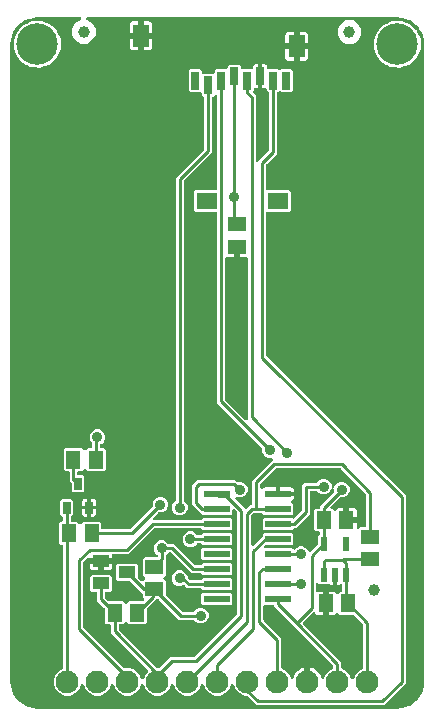
<source format=gbr>
G04 EAGLE Gerber RS-274X export*
G75*
%MOMM*%
%FSLAX34Y34*%
%LPD*%
%INTop Copper*%
%IPPOS*%
%AMOC8*
5,1,8,0,0,1.08239X$1,22.5*%
G01*
%ADD10C,1.000000*%
%ADD11C,3.516000*%
%ADD12R,1.240000X1.500000*%
%ADD13R,0.550000X1.200000*%
%ADD14R,2.200000X0.600000*%
%ADD15R,1.400000X1.900000*%
%ADD16R,1.800000X1.400000*%
%ADD17R,0.700000X1.500000*%
%ADD18R,1.500000X1.240000*%
%ADD19R,0.635000X1.016000*%
%ADD20C,1.930400*%
%ADD21R,1.400000X1.000000*%
%ADD22C,0.254000*%
%ADD23C,0.906400*%

G36*
X330222Y2543D02*
X330222Y2543D01*
X330300Y2545D01*
X333677Y2810D01*
X333745Y2824D01*
X333814Y2829D01*
X333970Y2869D01*
X340394Y4956D01*
X340501Y5006D01*
X340612Y5050D01*
X340663Y5083D01*
X340682Y5091D01*
X340697Y5104D01*
X340748Y5136D01*
X346212Y9107D01*
X346299Y9188D01*
X346346Y9227D01*
X346352Y9231D01*
X346353Y9232D01*
X346391Y9264D01*
X346429Y9310D01*
X346444Y9324D01*
X346455Y9342D01*
X346493Y9388D01*
X350464Y14852D01*
X350521Y14956D01*
X350585Y15056D01*
X350607Y15113D01*
X350617Y15131D01*
X350622Y15151D01*
X350644Y15206D01*
X352731Y21630D01*
X352744Y21698D01*
X352767Y21764D01*
X352790Y21923D01*
X353055Y25300D01*
X353055Y25304D01*
X353056Y25307D01*
X353055Y25326D01*
X353059Y25400D01*
X353059Y565150D01*
X353057Y565172D01*
X353055Y565250D01*
X352790Y568627D01*
X352776Y568695D01*
X352771Y568764D01*
X352731Y568920D01*
X350644Y575344D01*
X350593Y575451D01*
X350576Y575496D01*
X350571Y575512D01*
X350568Y575516D01*
X350550Y575562D01*
X350517Y575613D01*
X350509Y575632D01*
X350496Y575647D01*
X350464Y575698D01*
X348771Y578028D01*
X348753Y578047D01*
X348739Y578070D01*
X348644Y578162D01*
X348553Y578259D01*
X348531Y578274D01*
X348512Y578292D01*
X348398Y578358D01*
X348392Y578374D01*
X348389Y578401D01*
X348340Y578525D01*
X348297Y578650D01*
X348282Y578672D01*
X348272Y578697D01*
X348186Y578833D01*
X346493Y581162D01*
X346412Y581249D01*
X346336Y581341D01*
X346290Y581379D01*
X346276Y581394D01*
X346258Y581405D01*
X346212Y581443D01*
X340748Y585414D01*
X340644Y585471D01*
X340544Y585535D01*
X340487Y585557D01*
X340469Y585567D01*
X340449Y585572D01*
X340394Y585594D01*
X333970Y587681D01*
X333902Y587694D01*
X333836Y587717D01*
X333677Y587740D01*
X330300Y588005D01*
X330278Y588004D01*
X330200Y588009D01*
X68076Y588009D01*
X67932Y587991D01*
X67787Y587976D01*
X67774Y587971D01*
X67761Y587969D01*
X67625Y587916D01*
X67489Y587865D01*
X67477Y587857D01*
X67465Y587852D01*
X67347Y587767D01*
X67227Y587684D01*
X67219Y587674D01*
X67208Y587666D01*
X67114Y587553D01*
X67019Y587443D01*
X67013Y587431D01*
X67005Y587421D01*
X66943Y587289D01*
X66878Y587158D01*
X66875Y587145D01*
X66869Y587133D01*
X66842Y586991D01*
X66811Y586847D01*
X66812Y586834D01*
X66809Y586821D01*
X66818Y586676D01*
X66824Y586530D01*
X66828Y586517D01*
X66829Y586503D01*
X66874Y586364D01*
X66916Y586225D01*
X66923Y586213D01*
X66927Y586201D01*
X67005Y586077D01*
X67080Y585953D01*
X67090Y585943D01*
X67097Y585932D01*
X67204Y585832D01*
X67307Y585730D01*
X67323Y585720D01*
X67329Y585714D01*
X67344Y585706D01*
X67441Y585641D01*
X72031Y582991D01*
X74711Y578350D01*
X74711Y572990D01*
X72031Y568349D01*
X67390Y565669D01*
X62030Y565669D01*
X57389Y568349D01*
X54709Y572990D01*
X54709Y578350D01*
X57389Y582991D01*
X61979Y585641D01*
X62094Y585729D01*
X62212Y585814D01*
X62221Y585825D01*
X62232Y585833D01*
X62322Y585947D01*
X62415Y586059D01*
X62421Y586072D01*
X62429Y586082D01*
X62489Y586216D01*
X62551Y586347D01*
X62553Y586360D01*
X62559Y586373D01*
X62583Y586517D01*
X62611Y586660D01*
X62610Y586673D01*
X62612Y586686D01*
X62600Y586832D01*
X62591Y586977D01*
X62587Y586990D01*
X62586Y587003D01*
X62538Y587141D01*
X62493Y587279D01*
X62486Y587291D01*
X62481Y587304D01*
X62400Y587425D01*
X62323Y587548D01*
X62313Y587557D01*
X62305Y587569D01*
X62197Y587666D01*
X62091Y587766D01*
X62079Y587773D01*
X62069Y587782D01*
X61940Y587849D01*
X61813Y587920D01*
X61799Y587923D01*
X61787Y587929D01*
X61645Y587963D01*
X61505Y587999D01*
X61486Y588000D01*
X61478Y588002D01*
X61461Y588002D01*
X61344Y588009D01*
X25400Y588009D01*
X25378Y588007D01*
X25300Y588005D01*
X21923Y587740D01*
X21855Y587726D01*
X21786Y587721D01*
X21630Y587681D01*
X18892Y586791D01*
X18867Y586780D01*
X18841Y586774D01*
X18724Y586713D01*
X18604Y586656D01*
X18583Y586639D01*
X18560Y586627D01*
X18462Y586539D01*
X18445Y586538D01*
X18418Y586543D01*
X18286Y586535D01*
X18153Y586533D01*
X18128Y586525D01*
X18101Y586524D01*
X17945Y586484D01*
X15206Y585594D01*
X15099Y585544D01*
X14988Y585500D01*
X14937Y585467D01*
X14918Y585459D01*
X14903Y585446D01*
X14852Y585414D01*
X9388Y581443D01*
X9301Y581362D01*
X9209Y581286D01*
X9171Y581240D01*
X9156Y581226D01*
X9145Y581208D01*
X9107Y581162D01*
X5136Y575698D01*
X5121Y575671D01*
X5107Y575653D01*
X5078Y575592D01*
X5015Y575494D01*
X4993Y575437D01*
X4983Y575419D01*
X4978Y575399D01*
X4956Y575344D01*
X2869Y568920D01*
X2856Y568852D01*
X2833Y568786D01*
X2810Y568627D01*
X2545Y565250D01*
X2546Y565228D01*
X2541Y565150D01*
X2541Y25400D01*
X2543Y25378D01*
X2545Y25300D01*
X2810Y21923D01*
X2824Y21855D01*
X2829Y21786D01*
X2869Y21630D01*
X4956Y15206D01*
X5006Y15099D01*
X5050Y14988D01*
X5083Y14937D01*
X5091Y14918D01*
X5104Y14903D01*
X5136Y14852D01*
X9107Y9388D01*
X9127Y9366D01*
X9138Y9348D01*
X9184Y9305D01*
X9188Y9301D01*
X9264Y9209D01*
X9310Y9171D01*
X9324Y9156D01*
X9342Y9145D01*
X9388Y9107D01*
X14596Y5322D01*
X14852Y5136D01*
X14956Y5079D01*
X15056Y5015D01*
X15113Y4993D01*
X15131Y4983D01*
X15151Y4978D01*
X15206Y4956D01*
X21630Y2869D01*
X21698Y2856D01*
X21764Y2833D01*
X21923Y2810D01*
X25300Y2545D01*
X25322Y2546D01*
X25400Y2541D01*
X330200Y2541D01*
X330222Y2543D01*
G37*
%LPC*%
G36*
X210722Y5587D02*
X210722Y5587D01*
X208416Y7894D01*
X202966Y13344D01*
X202887Y13404D01*
X202815Y13472D01*
X202762Y13501D01*
X202714Y13538D01*
X202623Y13578D01*
X202537Y13626D01*
X202478Y13641D01*
X202423Y13665D01*
X202325Y13680D01*
X202229Y13705D01*
X202129Y13711D01*
X202109Y13715D01*
X202096Y13713D01*
X202068Y13715D01*
X200876Y13715D01*
X196581Y15494D01*
X193294Y18781D01*
X191673Y22696D01*
X191604Y22817D01*
X191539Y22939D01*
X191525Y22954D01*
X191515Y22972D01*
X191418Y23072D01*
X191325Y23175D01*
X191308Y23186D01*
X191294Y23201D01*
X191175Y23273D01*
X191059Y23350D01*
X191040Y23356D01*
X191023Y23367D01*
X190890Y23408D01*
X190758Y23453D01*
X190738Y23454D01*
X190719Y23460D01*
X190580Y23467D01*
X190441Y23478D01*
X190421Y23475D01*
X190401Y23475D01*
X190265Y23447D01*
X190128Y23424D01*
X190109Y23415D01*
X190090Y23411D01*
X189964Y23350D01*
X189838Y23293D01*
X189822Y23280D01*
X189804Y23271D01*
X189698Y23181D01*
X189590Y23094D01*
X189577Y23078D01*
X189562Y23065D01*
X189482Y22951D01*
X189398Y22840D01*
X189386Y22815D01*
X189379Y22805D01*
X189372Y22786D01*
X189327Y22696D01*
X187706Y18781D01*
X184419Y15494D01*
X180124Y13715D01*
X175476Y13715D01*
X171181Y15494D01*
X167894Y18781D01*
X166273Y22696D01*
X166204Y22817D01*
X166139Y22939D01*
X166125Y22954D01*
X166115Y22972D01*
X166018Y23072D01*
X165925Y23175D01*
X165908Y23186D01*
X165894Y23201D01*
X165775Y23273D01*
X165659Y23350D01*
X165640Y23356D01*
X165623Y23367D01*
X165490Y23408D01*
X165358Y23453D01*
X165338Y23454D01*
X165319Y23460D01*
X165180Y23467D01*
X165041Y23478D01*
X165021Y23475D01*
X165001Y23475D01*
X164865Y23447D01*
X164728Y23424D01*
X164709Y23415D01*
X164690Y23411D01*
X164564Y23350D01*
X164438Y23293D01*
X164422Y23280D01*
X164404Y23271D01*
X164298Y23181D01*
X164190Y23094D01*
X164177Y23078D01*
X164162Y23065D01*
X164082Y22951D01*
X163998Y22840D01*
X163986Y22815D01*
X163979Y22805D01*
X163972Y22786D01*
X163927Y22696D01*
X162306Y18781D01*
X159019Y15494D01*
X154724Y13715D01*
X150076Y13715D01*
X145781Y15494D01*
X142494Y18781D01*
X140873Y22696D01*
X140804Y22817D01*
X140739Y22940D01*
X140725Y22955D01*
X140715Y22972D01*
X140618Y23072D01*
X140525Y23175D01*
X140508Y23186D01*
X140494Y23201D01*
X140375Y23273D01*
X140259Y23350D01*
X140240Y23356D01*
X140223Y23367D01*
X140090Y23408D01*
X139958Y23453D01*
X139938Y23454D01*
X139919Y23460D01*
X139780Y23467D01*
X139641Y23478D01*
X139621Y23475D01*
X139601Y23476D01*
X139465Y23447D01*
X139328Y23424D01*
X139309Y23415D01*
X139290Y23411D01*
X139164Y23350D01*
X139038Y23293D01*
X139022Y23280D01*
X139004Y23272D01*
X138898Y23181D01*
X138790Y23094D01*
X138777Y23078D01*
X138762Y23065D01*
X138682Y22951D01*
X138598Y22840D01*
X138586Y22815D01*
X138579Y22805D01*
X138572Y22786D01*
X138527Y22696D01*
X136906Y18781D01*
X133619Y15494D01*
X129324Y13715D01*
X124676Y13715D01*
X120381Y15494D01*
X117094Y18781D01*
X115473Y22696D01*
X115404Y22817D01*
X115339Y22940D01*
X115325Y22955D01*
X115315Y22972D01*
X115218Y23072D01*
X115125Y23175D01*
X115108Y23186D01*
X115094Y23201D01*
X114975Y23273D01*
X114859Y23350D01*
X114840Y23356D01*
X114823Y23367D01*
X114690Y23408D01*
X114558Y23453D01*
X114538Y23454D01*
X114519Y23460D01*
X114380Y23467D01*
X114241Y23478D01*
X114221Y23475D01*
X114201Y23476D01*
X114065Y23447D01*
X113928Y23424D01*
X113909Y23415D01*
X113890Y23411D01*
X113764Y23350D01*
X113638Y23293D01*
X113622Y23280D01*
X113604Y23272D01*
X113498Y23181D01*
X113390Y23094D01*
X113377Y23078D01*
X113362Y23065D01*
X113282Y22951D01*
X113198Y22840D01*
X113186Y22815D01*
X113179Y22805D01*
X113172Y22786D01*
X113127Y22696D01*
X111506Y18781D01*
X108219Y15494D01*
X103924Y13715D01*
X99276Y13715D01*
X94981Y15494D01*
X91694Y18781D01*
X90073Y22696D01*
X90004Y22817D01*
X89939Y22940D01*
X89925Y22955D01*
X89915Y22972D01*
X89818Y23072D01*
X89725Y23175D01*
X89708Y23186D01*
X89694Y23201D01*
X89575Y23273D01*
X89459Y23350D01*
X89440Y23356D01*
X89423Y23367D01*
X89290Y23408D01*
X89158Y23453D01*
X89138Y23454D01*
X89119Y23460D01*
X88980Y23467D01*
X88841Y23478D01*
X88821Y23475D01*
X88801Y23476D01*
X88665Y23447D01*
X88528Y23424D01*
X88509Y23415D01*
X88490Y23411D01*
X88364Y23350D01*
X88238Y23293D01*
X88222Y23280D01*
X88204Y23272D01*
X88098Y23181D01*
X87990Y23094D01*
X87977Y23078D01*
X87962Y23065D01*
X87882Y22951D01*
X87798Y22840D01*
X87786Y22815D01*
X87779Y22805D01*
X87772Y22786D01*
X87727Y22696D01*
X86106Y18781D01*
X82819Y15494D01*
X78524Y13715D01*
X73876Y13715D01*
X69581Y15494D01*
X66294Y18781D01*
X64673Y22696D01*
X64604Y22817D01*
X64539Y22940D01*
X64525Y22955D01*
X64515Y22972D01*
X64418Y23072D01*
X64325Y23175D01*
X64308Y23186D01*
X64294Y23201D01*
X64175Y23273D01*
X64059Y23350D01*
X64040Y23356D01*
X64023Y23367D01*
X63890Y23408D01*
X63758Y23453D01*
X63738Y23454D01*
X63719Y23460D01*
X63580Y23467D01*
X63441Y23478D01*
X63421Y23475D01*
X63401Y23476D01*
X63265Y23447D01*
X63128Y23424D01*
X63109Y23415D01*
X63090Y23411D01*
X62964Y23350D01*
X62838Y23293D01*
X62822Y23280D01*
X62804Y23272D01*
X62698Y23181D01*
X62590Y23094D01*
X62577Y23078D01*
X62562Y23065D01*
X62482Y22951D01*
X62398Y22840D01*
X62386Y22815D01*
X62379Y22805D01*
X62372Y22786D01*
X62327Y22696D01*
X60706Y18781D01*
X57419Y15494D01*
X53124Y13715D01*
X48476Y13715D01*
X44181Y15494D01*
X40894Y18781D01*
X39115Y23076D01*
X39115Y27724D01*
X40894Y32019D01*
X44181Y35306D01*
X46714Y36355D01*
X46739Y36370D01*
X46767Y36379D01*
X46877Y36448D01*
X46990Y36512D01*
X47011Y36533D01*
X47036Y36549D01*
X47125Y36643D01*
X47218Y36734D01*
X47234Y36759D01*
X47254Y36780D01*
X47317Y36894D01*
X47385Y37005D01*
X47393Y37033D01*
X47408Y37059D01*
X47440Y37185D01*
X47478Y37309D01*
X47480Y37338D01*
X47487Y37367D01*
X47497Y37528D01*
X47497Y140228D01*
X47482Y140346D01*
X47475Y140465D01*
X47462Y140503D01*
X47457Y140544D01*
X47414Y140654D01*
X47377Y140767D01*
X47355Y140802D01*
X47340Y140839D01*
X47271Y140935D01*
X47207Y141036D01*
X47177Y141064D01*
X47154Y141097D01*
X47062Y141173D01*
X46975Y141254D01*
X46940Y141274D01*
X46909Y141299D01*
X46801Y141350D01*
X46697Y141408D01*
X46657Y141418D01*
X46621Y141435D01*
X46504Y141457D01*
X46389Y141487D01*
X46329Y141491D01*
X46309Y141495D01*
X46288Y141493D01*
X46228Y141497D01*
X45238Y141497D01*
X44047Y142688D01*
X44047Y159372D01*
X45238Y160563D01*
X45618Y160563D01*
X45736Y160578D01*
X45855Y160585D01*
X45893Y160598D01*
X45934Y160603D01*
X46044Y160646D01*
X46157Y160683D01*
X46192Y160705D01*
X46229Y160720D01*
X46325Y160789D01*
X46426Y160853D01*
X46454Y160883D01*
X46487Y160906D01*
X46563Y160998D01*
X46644Y161085D01*
X46664Y161120D01*
X46689Y161151D01*
X46740Y161259D01*
X46798Y161363D01*
X46808Y161403D01*
X46825Y161439D01*
X46847Y161556D01*
X46877Y161671D01*
X46881Y161731D01*
X46885Y161751D01*
X46883Y161772D01*
X46887Y161832D01*
X46887Y164527D01*
X46875Y164625D01*
X46872Y164725D01*
X46855Y164783D01*
X46847Y164843D01*
X46811Y164935D01*
X46783Y165030D01*
X46753Y165082D01*
X46730Y165139D01*
X46672Y165219D01*
X46622Y165304D01*
X46556Y165379D01*
X46544Y165396D01*
X46534Y165404D01*
X46516Y165425D01*
X44982Y166958D01*
X44982Y178802D01*
X46173Y179993D01*
X54207Y179993D01*
X55398Y178802D01*
X55398Y166958D01*
X53864Y165425D01*
X53804Y165347D01*
X53736Y165274D01*
X53707Y165221D01*
X53670Y165174D01*
X53630Y165083D01*
X53582Y164996D01*
X53567Y164937D01*
X53543Y164882D01*
X53528Y164784D01*
X53503Y164688D01*
X53497Y164588D01*
X53493Y164568D01*
X53495Y164555D01*
X53493Y164527D01*
X53493Y161832D01*
X53508Y161714D01*
X53515Y161595D01*
X53528Y161557D01*
X53533Y161516D01*
X53576Y161406D01*
X53613Y161293D01*
X53635Y161258D01*
X53650Y161221D01*
X53719Y161125D01*
X53783Y161024D01*
X53813Y160996D01*
X53836Y160963D01*
X53928Y160887D01*
X54015Y160806D01*
X54050Y160786D01*
X54081Y160761D01*
X54189Y160710D01*
X54293Y160652D01*
X54333Y160642D01*
X54369Y160625D01*
X54486Y160603D01*
X54601Y160573D01*
X54661Y160569D01*
X54681Y160565D01*
X54702Y160567D01*
X54762Y160563D01*
X59322Y160563D01*
X60882Y159002D01*
X60971Y158934D01*
X61005Y158902D01*
X61013Y158897D01*
X61066Y158850D01*
X61102Y158832D01*
X61134Y158807D01*
X61243Y158760D01*
X61349Y158706D01*
X61388Y158697D01*
X61426Y158681D01*
X61543Y158662D01*
X61659Y158636D01*
X61700Y158637D01*
X61740Y158631D01*
X61858Y158642D01*
X61977Y158646D01*
X62016Y158657D01*
X62056Y158661D01*
X62169Y158701D01*
X62283Y158734D01*
X62317Y158755D01*
X62356Y158768D01*
X62454Y158835D01*
X62557Y158896D01*
X62602Y158936D01*
X62619Y158947D01*
X62632Y158962D01*
X62677Y159002D01*
X64238Y160563D01*
X78322Y160563D01*
X79513Y159372D01*
X79513Y155602D01*
X79528Y155484D01*
X79535Y155365D01*
X79548Y155327D01*
X79553Y155286D01*
X79596Y155176D01*
X79633Y155063D01*
X79655Y155028D01*
X79670Y154991D01*
X79739Y154895D01*
X79803Y154794D01*
X79833Y154766D01*
X79856Y154733D01*
X79948Y154657D01*
X80035Y154576D01*
X80070Y154556D01*
X80101Y154531D01*
X80209Y154480D01*
X80313Y154422D01*
X80353Y154412D01*
X80389Y154395D01*
X80506Y154373D01*
X80621Y154343D01*
X80681Y154339D01*
X80701Y154335D01*
X80722Y154337D01*
X80782Y154333D01*
X103416Y154333D01*
X103514Y154345D01*
X103613Y154348D01*
X103672Y154365D01*
X103732Y154373D01*
X103824Y154409D01*
X103919Y154437D01*
X103971Y154467D01*
X104027Y154490D01*
X104107Y154548D01*
X104193Y154598D01*
X104268Y154664D01*
X104285Y154676D01*
X104293Y154686D01*
X104314Y154704D01*
X122604Y172994D01*
X122664Y173073D01*
X122732Y173145D01*
X122752Y173182D01*
X122775Y173209D01*
X122783Y173226D01*
X122798Y173246D01*
X122838Y173337D01*
X122886Y173423D01*
X122897Y173468D01*
X122911Y173497D01*
X122913Y173511D01*
X122925Y173537D01*
X122940Y173635D01*
X122965Y173731D01*
X122970Y173806D01*
X122970Y173809D01*
X122970Y173812D01*
X122971Y173831D01*
X122975Y173852D01*
X122973Y173864D01*
X122975Y173892D01*
X122975Y176566D01*
X123975Y178979D01*
X125821Y180825D01*
X128234Y181825D01*
X130846Y181825D01*
X133259Y180825D01*
X135105Y178979D01*
X136105Y176566D01*
X136105Y173954D01*
X135105Y171541D01*
X133259Y169695D01*
X130846Y168695D01*
X128172Y168695D01*
X128074Y168683D01*
X127975Y168680D01*
X127916Y168663D01*
X127856Y168655D01*
X127764Y168619D01*
X127669Y168591D01*
X127617Y168561D01*
X127561Y168538D01*
X127481Y168480D01*
X127395Y168430D01*
X127320Y168364D01*
X127303Y168352D01*
X127295Y168342D01*
X127274Y168324D01*
X123330Y164379D01*
X123245Y164270D01*
X123156Y164163D01*
X123148Y164144D01*
X123135Y164128D01*
X123080Y164000D01*
X123021Y163875D01*
X123017Y163855D01*
X123009Y163836D01*
X122987Y163698D01*
X122961Y163562D01*
X122962Y163542D01*
X122959Y163522D01*
X122972Y163383D01*
X122981Y163245D01*
X122987Y163226D01*
X122989Y163206D01*
X123036Y163074D01*
X123079Y162943D01*
X123090Y162925D01*
X123097Y162906D01*
X123175Y162791D01*
X123249Y162674D01*
X123264Y162660D01*
X123275Y162643D01*
X123379Y162551D01*
X123481Y162456D01*
X123498Y162446D01*
X123514Y162433D01*
X123638Y162369D01*
X123759Y162302D01*
X123779Y162297D01*
X123797Y162288D01*
X123933Y162258D01*
X124067Y162223D01*
X124095Y162221D01*
X124107Y162218D01*
X124128Y162219D01*
X124228Y162213D01*
X163112Y162213D01*
X163210Y162225D01*
X163309Y162228D01*
X163368Y162245D01*
X163428Y162253D01*
X163520Y162289D01*
X163615Y162317D01*
X163667Y162347D01*
X163723Y162370D01*
X163804Y162428D01*
X163889Y162478D01*
X163964Y162544D01*
X163981Y162556D01*
X163989Y162566D01*
X164010Y162584D01*
X165368Y163943D01*
X189052Y163943D01*
X190243Y162752D01*
X190243Y155068D01*
X189052Y153877D01*
X165368Y153877D01*
X164010Y155236D01*
X163931Y155296D01*
X163859Y155364D01*
X163806Y155393D01*
X163758Y155430D01*
X163668Y155470D01*
X163581Y155518D01*
X163522Y155533D01*
X163467Y155557D01*
X163369Y155572D01*
X163273Y155597D01*
X163173Y155603D01*
X163153Y155607D01*
X163140Y155605D01*
X163112Y155607D01*
X125244Y155607D01*
X125146Y155595D01*
X125047Y155592D01*
X124988Y155575D01*
X124928Y155567D01*
X124836Y155531D01*
X124741Y155503D01*
X124689Y155473D01*
X124633Y155450D01*
X124553Y155392D01*
X124467Y155342D01*
X124392Y155276D01*
X124375Y155264D01*
X124367Y155254D01*
X124346Y155236D01*
X102968Y133857D01*
X89980Y133857D01*
X89862Y133842D01*
X89743Y133835D01*
X89705Y133822D01*
X89664Y133817D01*
X89554Y133774D01*
X89441Y133737D01*
X89406Y133715D01*
X89369Y133700D01*
X89273Y133631D01*
X89172Y133567D01*
X89144Y133537D01*
X89111Y133514D01*
X89035Y133422D01*
X88954Y133335D01*
X88934Y133300D01*
X88909Y133269D01*
X88858Y133161D01*
X88800Y133057D01*
X88790Y133017D01*
X88773Y132981D01*
X88751Y132864D01*
X88721Y132749D01*
X88717Y132689D01*
X88713Y132669D01*
X88715Y132648D01*
X88711Y132588D01*
X88711Y130109D01*
X80400Y130109D01*
X80282Y130094D01*
X80163Y130087D01*
X80125Y130074D01*
X80085Y130069D01*
X79974Y130026D01*
X79861Y129989D01*
X79827Y129967D01*
X79789Y129952D01*
X79693Y129883D01*
X79592Y129819D01*
X79564Y129789D01*
X79532Y129766D01*
X79456Y129674D01*
X79374Y129587D01*
X79355Y129552D01*
X79329Y129521D01*
X79278Y129413D01*
X79221Y129309D01*
X79211Y129269D01*
X79193Y129233D01*
X79173Y129126D01*
X79169Y129156D01*
X79125Y129266D01*
X79089Y129379D01*
X79067Y129414D01*
X79052Y129451D01*
X78982Y129547D01*
X78919Y129648D01*
X78889Y129676D01*
X78865Y129709D01*
X78774Y129785D01*
X78687Y129866D01*
X78652Y129886D01*
X78620Y129911D01*
X78513Y129962D01*
X78408Y130020D01*
X78369Y130030D01*
X78333Y130047D01*
X78216Y130069D01*
X78100Y130099D01*
X78040Y130103D01*
X78020Y130107D01*
X78000Y130105D01*
X77940Y130109D01*
X69242Y130109D01*
X69178Y130162D01*
X69074Y130254D01*
X69056Y130263D01*
X69041Y130276D01*
X68915Y130335D01*
X68791Y130398D01*
X68771Y130403D01*
X68753Y130411D01*
X68617Y130437D01*
X68481Y130468D01*
X68460Y130467D01*
X68441Y130471D01*
X68302Y130462D01*
X68163Y130458D01*
X68143Y130452D01*
X68123Y130451D01*
X67991Y130408D01*
X67857Y130370D01*
X67840Y130359D01*
X67821Y130353D01*
X67703Y130279D01*
X67583Y130208D01*
X67562Y130190D01*
X67552Y130183D01*
X67538Y130168D01*
X67463Y130102D01*
X64634Y127274D01*
X64574Y127195D01*
X64506Y127123D01*
X64477Y127070D01*
X64440Y127022D01*
X64400Y126931D01*
X64352Y126845D01*
X64337Y126786D01*
X64313Y126731D01*
X64298Y126632D01*
X64273Y126537D01*
X64267Y126437D01*
X64263Y126416D01*
X64265Y126404D01*
X64263Y126376D01*
X64263Y71744D01*
X64275Y71646D01*
X64278Y71547D01*
X64295Y71488D01*
X64303Y71428D01*
X64339Y71336D01*
X64367Y71241D01*
X64397Y71189D01*
X64420Y71133D01*
X64478Y71053D01*
X64528Y70967D01*
X64594Y70892D01*
X64606Y70875D01*
X64616Y70867D01*
X64634Y70846D01*
X98054Y37427D01*
X98077Y37409D01*
X98097Y37386D01*
X98203Y37311D01*
X98305Y37232D01*
X98333Y37220D01*
X98357Y37203D01*
X98478Y37157D01*
X98597Y37105D01*
X98627Y37101D01*
X98654Y37090D01*
X98783Y37076D01*
X98911Y37056D01*
X98941Y37058D01*
X98970Y37055D01*
X99098Y37073D01*
X99221Y37085D01*
X103924Y37085D01*
X108219Y35306D01*
X111506Y32019D01*
X113127Y28104D01*
X113196Y27984D01*
X113261Y27860D01*
X113275Y27846D01*
X113285Y27828D01*
X113382Y27728D01*
X113475Y27625D01*
X113492Y27614D01*
X113506Y27599D01*
X113624Y27527D01*
X113741Y27450D01*
X113760Y27444D01*
X113777Y27433D01*
X113910Y27392D01*
X114042Y27347D01*
X114062Y27346D01*
X114081Y27340D01*
X114220Y27333D01*
X114359Y27322D01*
X114379Y27325D01*
X114399Y27324D01*
X114535Y27353D01*
X114672Y27376D01*
X114690Y27385D01*
X114710Y27389D01*
X114836Y27450D01*
X114962Y27507D01*
X114978Y27520D01*
X114996Y27528D01*
X115102Y27619D01*
X115210Y27706D01*
X115223Y27722D01*
X115238Y27735D01*
X115318Y27849D01*
X115402Y27960D01*
X115414Y27985D01*
X115421Y27995D01*
X115428Y28014D01*
X115473Y28104D01*
X117094Y32019D01*
X118680Y33604D01*
X118753Y33699D01*
X118832Y33788D01*
X118850Y33824D01*
X118875Y33856D01*
X118922Y33965D01*
X118976Y34071D01*
X118985Y34110D01*
X119001Y34148D01*
X119020Y34265D01*
X119046Y34381D01*
X119045Y34422D01*
X119051Y34462D01*
X119040Y34580D01*
X119036Y34699D01*
X119025Y34738D01*
X119021Y34778D01*
X118981Y34890D01*
X118948Y35005D01*
X118927Y35039D01*
X118913Y35078D01*
X118847Y35176D01*
X118786Y35279D01*
X118746Y35324D01*
X118735Y35341D01*
X118720Y35354D01*
X118680Y35399D01*
X87527Y66552D01*
X87527Y73018D01*
X87512Y73136D01*
X87505Y73255D01*
X87492Y73293D01*
X87487Y73334D01*
X87444Y73444D01*
X87407Y73557D01*
X87385Y73592D01*
X87370Y73629D01*
X87301Y73725D01*
X87237Y73826D01*
X87207Y73854D01*
X87184Y73887D01*
X87092Y73962D01*
X87005Y74044D01*
X86970Y74064D01*
X86939Y74089D01*
X86831Y74140D01*
X86727Y74198D01*
X86687Y74208D01*
X86651Y74225D01*
X86534Y74247D01*
X86419Y74277D01*
X86359Y74281D01*
X86339Y74285D01*
X86318Y74283D01*
X86258Y74287D01*
X83788Y74287D01*
X82597Y75478D01*
X82597Y86856D01*
X82585Y86954D01*
X82582Y87053D01*
X82565Y87112D01*
X82557Y87172D01*
X82521Y87264D01*
X82493Y87359D01*
X82463Y87411D01*
X82440Y87467D01*
X82382Y87547D01*
X82332Y87633D01*
X82266Y87708D01*
X82254Y87725D01*
X82244Y87733D01*
X82226Y87754D01*
X75867Y94112D01*
X75867Y100308D01*
X75852Y100426D01*
X75845Y100545D01*
X75832Y100583D01*
X75827Y100624D01*
X75784Y100734D01*
X75747Y100847D01*
X75725Y100882D01*
X75710Y100919D01*
X75641Y101015D01*
X75577Y101116D01*
X75547Y101144D01*
X75524Y101177D01*
X75432Y101253D01*
X75345Y101334D01*
X75310Y101354D01*
X75279Y101379D01*
X75171Y101430D01*
X75067Y101488D01*
X75027Y101498D01*
X74991Y101515D01*
X74874Y101537D01*
X74759Y101567D01*
X74699Y101571D01*
X74679Y101575D01*
X74658Y101573D01*
X74598Y101577D01*
X71328Y101577D01*
X70137Y102768D01*
X70137Y114452D01*
X71328Y115643D01*
X87012Y115643D01*
X88203Y114452D01*
X88203Y102768D01*
X87012Y101577D01*
X83742Y101577D01*
X83624Y101562D01*
X83505Y101555D01*
X83467Y101542D01*
X83426Y101537D01*
X83316Y101494D01*
X83203Y101457D01*
X83168Y101435D01*
X83131Y101420D01*
X83035Y101351D01*
X82934Y101287D01*
X82906Y101257D01*
X82873Y101234D01*
X82797Y101142D01*
X82716Y101055D01*
X82696Y101020D01*
X82671Y100989D01*
X82620Y100881D01*
X82562Y100777D01*
X82552Y100737D01*
X82535Y100701D01*
X82513Y100584D01*
X82483Y100469D01*
X82479Y100409D01*
X82475Y100389D01*
X82477Y100368D01*
X82476Y100356D01*
X82475Y100353D01*
X82475Y100351D01*
X82473Y100308D01*
X82473Y97374D01*
X82485Y97276D01*
X82488Y97177D01*
X82505Y97118D01*
X82513Y97058D01*
X82549Y96966D01*
X82577Y96871D01*
X82607Y96819D01*
X82630Y96763D01*
X82688Y96683D01*
X82738Y96597D01*
X82804Y96522D01*
X82816Y96505D01*
X82826Y96497D01*
X82844Y96476D01*
X85596Y93724D01*
X85675Y93664D01*
X85747Y93596D01*
X85800Y93567D01*
X85848Y93530D01*
X85939Y93490D01*
X86025Y93442D01*
X86084Y93427D01*
X86139Y93403D01*
X86237Y93388D01*
X86333Y93363D01*
X86433Y93357D01*
X86454Y93353D01*
X86466Y93355D01*
X86494Y93353D01*
X97872Y93353D01*
X99432Y91792D01*
X99527Y91719D01*
X99616Y91640D01*
X99652Y91622D01*
X99684Y91597D01*
X99793Y91550D01*
X99899Y91496D01*
X99938Y91487D01*
X99976Y91471D01*
X100093Y91452D01*
X100209Y91426D01*
X100250Y91427D01*
X100290Y91421D01*
X100408Y91432D01*
X100527Y91436D01*
X100566Y91447D01*
X100606Y91451D01*
X100719Y91491D01*
X100833Y91524D01*
X100867Y91545D01*
X100906Y91558D01*
X101004Y91625D01*
X101107Y91686D01*
X101152Y91726D01*
X101169Y91737D01*
X101182Y91752D01*
X101227Y91792D01*
X102788Y93353D01*
X114166Y93353D01*
X114264Y93365D01*
X114363Y93368D01*
X114422Y93385D01*
X114482Y93393D01*
X114574Y93429D01*
X114669Y93457D01*
X114721Y93487D01*
X114777Y93510D01*
X114857Y93568D01*
X114943Y93618D01*
X115018Y93684D01*
X115035Y93696D01*
X115043Y93706D01*
X115064Y93724D01*
X115480Y94141D01*
X115553Y94235D01*
X115632Y94324D01*
X115650Y94360D01*
X115675Y94392D01*
X115722Y94501D01*
X115776Y94607D01*
X115785Y94646D01*
X115801Y94684D01*
X115820Y94802D01*
X115846Y94917D01*
X115845Y94958D01*
X115851Y94998D01*
X115840Y95116D01*
X115836Y95235D01*
X115825Y95274D01*
X115821Y95314D01*
X115781Y95426D01*
X115748Y95541D01*
X115727Y95576D01*
X115713Y95614D01*
X115647Y95712D01*
X115586Y95815D01*
X115546Y95860D01*
X115535Y95877D01*
X115520Y95890D01*
X115480Y95936D01*
X114927Y96488D01*
X114927Y99156D01*
X114915Y99254D01*
X114912Y99353D01*
X114895Y99412D01*
X114887Y99472D01*
X114851Y99564D01*
X114823Y99659D01*
X114793Y99711D01*
X114770Y99767D01*
X114712Y99847D01*
X114662Y99933D01*
X114596Y100008D01*
X114584Y100025D01*
X114574Y100033D01*
X114556Y100054D01*
X112076Y102534D01*
X103904Y110706D01*
X103825Y110766D01*
X103753Y110834D01*
X103700Y110863D01*
X103652Y110900D01*
X103561Y110940D01*
X103475Y110988D01*
X103416Y111003D01*
X103361Y111027D01*
X103263Y111042D01*
X103167Y111067D01*
X103067Y111073D01*
X103047Y111077D01*
X103034Y111075D01*
X103006Y111077D01*
X93328Y111077D01*
X92137Y112268D01*
X92137Y123952D01*
X93328Y125143D01*
X109012Y125143D01*
X110203Y123952D01*
X110203Y114274D01*
X110215Y114176D01*
X110218Y114077D01*
X110235Y114018D01*
X110243Y113958D01*
X110279Y113866D01*
X110307Y113771D01*
X110337Y113719D01*
X110360Y113663D01*
X110418Y113582D01*
X110468Y113497D01*
X110534Y113422D01*
X110546Y113405D01*
X110556Y113397D01*
X110574Y113376D01*
X113256Y110695D01*
X113350Y110622D01*
X113439Y110543D01*
X113475Y110525D01*
X113507Y110500D01*
X113616Y110453D01*
X113722Y110399D01*
X113761Y110390D01*
X113799Y110374D01*
X113916Y110355D01*
X114032Y110329D01*
X114073Y110330D01*
X114113Y110324D01*
X114231Y110335D01*
X114350Y110339D01*
X114389Y110350D01*
X114429Y110354D01*
X114542Y110394D01*
X114656Y110427D01*
X114691Y110448D01*
X114729Y110462D01*
X114827Y110528D01*
X114930Y110589D01*
X114975Y110629D01*
X114992Y110640D01*
X115005Y110655D01*
X115051Y110695D01*
X116488Y112133D01*
X116561Y112227D01*
X116640Y112316D01*
X116658Y112352D01*
X116683Y112384D01*
X116730Y112493D01*
X116784Y112599D01*
X116793Y112638D01*
X116809Y112676D01*
X116828Y112793D01*
X116854Y112909D01*
X116853Y112950D01*
X116859Y112990D01*
X116848Y113108D01*
X116844Y113227D01*
X116833Y113266D01*
X116829Y113306D01*
X116789Y113418D01*
X116756Y113533D01*
X116735Y113568D01*
X116722Y113606D01*
X116655Y113704D01*
X116594Y113807D01*
X116554Y113852D01*
X116543Y113869D01*
X116528Y113882D01*
X116488Y113928D01*
X114927Y115488D01*
X114927Y129572D01*
X116118Y130763D01*
X126129Y130763D01*
X126267Y130780D01*
X126405Y130793D01*
X126425Y130800D01*
X126445Y130803D01*
X126574Y130854D01*
X126705Y130901D01*
X126722Y130912D01*
X126740Y130920D01*
X126853Y131001D01*
X126968Y131079D01*
X126981Y131095D01*
X126998Y131106D01*
X127086Y131214D01*
X127178Y131318D01*
X127188Y131336D01*
X127200Y131351D01*
X127260Y131477D01*
X127323Y131601D01*
X127327Y131621D01*
X127336Y131639D01*
X127362Y131776D01*
X127393Y131911D01*
X127392Y131932D01*
X127396Y131951D01*
X127387Y132090D01*
X127383Y132229D01*
X127377Y132249D01*
X127376Y132269D01*
X127333Y132401D01*
X127295Y132535D01*
X127284Y132552D01*
X127278Y132571D01*
X127203Y132689D01*
X127133Y132809D01*
X127114Y132830D01*
X127108Y132840D01*
X127093Y132854D01*
X127027Y132929D01*
X125245Y134711D01*
X124245Y137124D01*
X124245Y139736D01*
X125245Y142149D01*
X127091Y143995D01*
X129504Y144995D01*
X132116Y144995D01*
X134529Y143995D01*
X136419Y142104D01*
X136498Y142044D01*
X136570Y141976D01*
X136623Y141947D01*
X136671Y141910D01*
X136762Y141870D01*
X136848Y141822D01*
X136907Y141807D01*
X136963Y141783D01*
X137061Y141768D01*
X137156Y141743D01*
X137256Y141737D01*
X137277Y141733D01*
X137289Y141735D01*
X137317Y141733D01*
X141068Y141733D01*
X158316Y124484D01*
X158395Y124424D01*
X158467Y124356D01*
X158520Y124327D01*
X158568Y124290D01*
X158659Y124250D01*
X158745Y124202D01*
X158804Y124187D01*
X158859Y124163D01*
X158957Y124148D01*
X159053Y124123D01*
X159153Y124117D01*
X159174Y124113D01*
X159186Y124115D01*
X159214Y124113D01*
X163112Y124113D01*
X163210Y124125D01*
X163309Y124128D01*
X163368Y124145D01*
X163428Y124153D01*
X163520Y124189D01*
X163615Y124217D01*
X163667Y124247D01*
X163723Y124270D01*
X163804Y124328D01*
X163889Y124378D01*
X163964Y124444D01*
X163981Y124456D01*
X163989Y124466D01*
X164010Y124484D01*
X165368Y125843D01*
X189052Y125843D01*
X190243Y124652D01*
X190243Y116968D01*
X189052Y115777D01*
X165368Y115777D01*
X164010Y117136D01*
X163931Y117196D01*
X163859Y117264D01*
X163806Y117293D01*
X163758Y117330D01*
X163668Y117370D01*
X163581Y117418D01*
X163522Y117433D01*
X163467Y117457D01*
X163369Y117472D01*
X163273Y117497D01*
X163173Y117503D01*
X163153Y117507D01*
X163140Y117505D01*
X163112Y117507D01*
X155952Y117507D01*
X138704Y134756D01*
X138625Y134816D01*
X138553Y134884D01*
X138500Y134913D01*
X138452Y134950D01*
X138361Y134990D01*
X138275Y135038D01*
X138216Y135053D01*
X138161Y135077D01*
X138063Y135092D01*
X137967Y135117D01*
X137867Y135123D01*
X137846Y135127D01*
X137834Y135125D01*
X137806Y135127D01*
X137317Y135127D01*
X137219Y135115D01*
X137120Y135112D01*
X137062Y135095D01*
X137001Y135087D01*
X136909Y135051D01*
X136814Y135023D01*
X136762Y134993D01*
X136706Y134970D01*
X136626Y134912D01*
X136540Y134862D01*
X136465Y134796D01*
X136448Y134784D01*
X136441Y134774D01*
X136419Y134756D01*
X134484Y132821D01*
X134424Y132742D01*
X134356Y132670D01*
X134327Y132617D01*
X134290Y132569D01*
X134250Y132478D01*
X134202Y132392D01*
X134187Y132333D01*
X134163Y132277D01*
X134148Y132179D01*
X134123Y132084D01*
X134117Y131984D01*
X134113Y131963D01*
X134115Y131951D01*
X134113Y131923D01*
X134113Y127390D01*
X134082Y127335D01*
X134067Y127276D01*
X134043Y127221D01*
X134028Y127123D01*
X134003Y127027D01*
X133997Y126927D01*
X133993Y126906D01*
X133995Y126894D01*
X133993Y126866D01*
X133993Y115488D01*
X132432Y113928D01*
X132359Y113833D01*
X132280Y113744D01*
X132262Y113708D01*
X132237Y113676D01*
X132190Y113567D01*
X132136Y113461D01*
X132127Y113422D01*
X132111Y113384D01*
X132092Y113267D01*
X132066Y113151D01*
X132067Y113110D01*
X132061Y113070D01*
X132072Y112952D01*
X132076Y112833D01*
X132087Y112794D01*
X132091Y112754D01*
X132131Y112641D01*
X132164Y112527D01*
X132185Y112493D01*
X132198Y112454D01*
X132265Y112356D01*
X132326Y112253D01*
X132366Y112208D01*
X132377Y112191D01*
X132392Y112178D01*
X132432Y112133D01*
X133993Y110572D01*
X133993Y99194D01*
X134005Y99096D01*
X134008Y98997D01*
X134025Y98938D01*
X134033Y98878D01*
X134069Y98786D01*
X134097Y98691D01*
X134127Y98639D01*
X134150Y98583D01*
X134208Y98502D01*
X134258Y98417D01*
X134324Y98342D01*
X134336Y98325D01*
X134346Y98317D01*
X134364Y98296D01*
X147706Y84954D01*
X147785Y84894D01*
X147857Y84826D01*
X147910Y84797D01*
X147958Y84760D01*
X148049Y84720D01*
X148135Y84672D01*
X148194Y84657D01*
X148249Y84633D01*
X148347Y84618D01*
X148443Y84593D01*
X148543Y84587D01*
X148564Y84583D01*
X148576Y84585D01*
X148604Y84583D01*
X157323Y84583D01*
X157421Y84595D01*
X157520Y84598D01*
X157578Y84615D01*
X157639Y84623D01*
X157731Y84659D01*
X157826Y84687D01*
X157878Y84717D01*
X157934Y84740D01*
X158014Y84798D01*
X158100Y84848D01*
X158175Y84914D01*
X158192Y84926D01*
X158199Y84936D01*
X158221Y84954D01*
X160111Y86845D01*
X162524Y87845D01*
X164836Y87845D01*
X164974Y87862D01*
X165072Y87871D01*
X167549Y86845D01*
X169395Y84999D01*
X170395Y82586D01*
X170395Y79974D01*
X169395Y77561D01*
X167549Y75715D01*
X165136Y74715D01*
X162524Y74715D01*
X160111Y75715D01*
X158221Y77606D01*
X158142Y77666D01*
X158070Y77734D01*
X158017Y77763D01*
X157969Y77800D01*
X157878Y77840D01*
X157792Y77888D01*
X157733Y77903D01*
X157677Y77927D01*
X157579Y77942D01*
X157484Y77967D01*
X157384Y77973D01*
X157363Y77977D01*
X157351Y77975D01*
X157323Y77977D01*
X145342Y77977D01*
X143036Y80284D01*
X128394Y94926D01*
X128315Y94986D01*
X128243Y95054D01*
X128190Y95083D01*
X128142Y95120D01*
X128051Y95160D01*
X127965Y95208D01*
X127906Y95223D01*
X127851Y95247D01*
X127753Y95262D01*
X127657Y95287D01*
X127557Y95293D01*
X127537Y95297D01*
X127524Y95295D01*
X127496Y95297D01*
X126504Y95297D01*
X126406Y95285D01*
X126307Y95282D01*
X126248Y95265D01*
X126188Y95257D01*
X126096Y95221D01*
X126001Y95193D01*
X125949Y95163D01*
X125893Y95140D01*
X125813Y95082D01*
X125727Y95032D01*
X125652Y94966D01*
X125635Y94954D01*
X125627Y94944D01*
X125606Y94926D01*
X118434Y87754D01*
X118374Y87675D01*
X118306Y87603D01*
X118277Y87550D01*
X118240Y87502D01*
X118200Y87411D01*
X118152Y87325D01*
X118137Y87266D01*
X118113Y87211D01*
X118098Y87113D01*
X118073Y87017D01*
X118067Y86917D01*
X118063Y86896D01*
X118065Y86884D01*
X118063Y86856D01*
X118063Y75478D01*
X116872Y74287D01*
X102788Y74287D01*
X101227Y75848D01*
X101133Y75921D01*
X101044Y76000D01*
X101008Y76018D01*
X100976Y76043D01*
X100867Y76090D01*
X100761Y76144D01*
X100722Y76153D01*
X100684Y76169D01*
X100567Y76188D01*
X100451Y76214D01*
X100410Y76213D01*
X100370Y76219D01*
X100252Y76208D01*
X100133Y76204D01*
X100094Y76193D01*
X100054Y76189D01*
X99942Y76149D01*
X99827Y76116D01*
X99792Y76095D01*
X99754Y76082D01*
X99656Y76015D01*
X99553Y75954D01*
X99508Y75914D01*
X99491Y75903D01*
X99478Y75888D01*
X99432Y75848D01*
X97872Y74287D01*
X95402Y74287D01*
X95284Y74272D01*
X95165Y74265D01*
X95127Y74252D01*
X95086Y74247D01*
X94976Y74204D01*
X94863Y74167D01*
X94828Y74145D01*
X94791Y74130D01*
X94695Y74061D01*
X94594Y73997D01*
X94566Y73967D01*
X94533Y73944D01*
X94457Y73852D01*
X94376Y73765D01*
X94356Y73730D01*
X94331Y73699D01*
X94280Y73591D01*
X94222Y73487D01*
X94212Y73447D01*
X94195Y73411D01*
X94173Y73294D01*
X94143Y73179D01*
X94139Y73119D01*
X94135Y73099D01*
X94137Y73078D01*
X94133Y73018D01*
X94133Y69814D01*
X94145Y69716D01*
X94148Y69617D01*
X94157Y69585D01*
X94158Y69574D01*
X94166Y69548D01*
X94173Y69498D01*
X94209Y69406D01*
X94237Y69311D01*
X94251Y69286D01*
X94256Y69272D01*
X94273Y69245D01*
X94290Y69203D01*
X94348Y69123D01*
X94398Y69037D01*
X94420Y69012D01*
X94426Y69003D01*
X94439Y68991D01*
X94464Y68962D01*
X94476Y68945D01*
X94486Y68937D01*
X94504Y68916D01*
X125964Y37456D01*
X126043Y37396D01*
X126115Y37328D01*
X126168Y37299D01*
X126216Y37262D01*
X126307Y37222D01*
X126393Y37174D01*
X126452Y37159D01*
X126507Y37135D01*
X126605Y37120D01*
X126701Y37095D01*
X126801Y37089D01*
X126822Y37085D01*
X126834Y37087D01*
X126862Y37085D01*
X128408Y37085D01*
X128506Y37097D01*
X128605Y37100D01*
X128664Y37117D01*
X128724Y37125D01*
X128816Y37161D01*
X128911Y37189D01*
X128963Y37219D01*
X129019Y37242D01*
X129099Y37300D01*
X129185Y37350D01*
X129260Y37416D01*
X129277Y37428D01*
X129285Y37438D01*
X129306Y37456D01*
X138332Y46483D01*
X158126Y46483D01*
X158224Y46495D01*
X158323Y46498D01*
X158382Y46515D01*
X158442Y46523D01*
X158534Y46559D01*
X158629Y46587D01*
X158681Y46617D01*
X158737Y46640D01*
X158817Y46698D01*
X158903Y46748D01*
X158978Y46814D01*
X158995Y46826D01*
X159003Y46836D01*
X159024Y46854D01*
X194446Y82276D01*
X194506Y82355D01*
X194574Y82427D01*
X194603Y82480D01*
X194640Y82528D01*
X194680Y82619D01*
X194728Y82705D01*
X194743Y82764D01*
X194767Y82819D01*
X194782Y82917D01*
X194807Y83013D01*
X194813Y83113D01*
X194817Y83134D01*
X194815Y83146D01*
X194817Y83174D01*
X194817Y168286D01*
X194805Y168384D01*
X194802Y168483D01*
X194785Y168542D01*
X194777Y168602D01*
X194741Y168694D01*
X194713Y168789D01*
X194683Y168841D01*
X194660Y168897D01*
X194602Y168977D01*
X194552Y169063D01*
X194486Y169138D01*
X194474Y169155D01*
X194464Y169163D01*
X194446Y169184D01*
X192409Y171220D01*
X192300Y171305D01*
X192193Y171394D01*
X192174Y171402D01*
X192158Y171415D01*
X192030Y171470D01*
X191905Y171529D01*
X191885Y171533D01*
X191866Y171541D01*
X191728Y171563D01*
X191592Y171589D01*
X191572Y171588D01*
X191552Y171591D01*
X191413Y171578D01*
X191275Y171569D01*
X191256Y171563D01*
X191236Y171561D01*
X191104Y171514D01*
X190973Y171471D01*
X190955Y171460D01*
X190936Y171453D01*
X190821Y171375D01*
X190704Y171301D01*
X190690Y171286D01*
X190673Y171275D01*
X190581Y171171D01*
X190486Y171069D01*
X190476Y171052D01*
X190463Y171036D01*
X190399Y170912D01*
X190332Y170791D01*
X190327Y170771D01*
X190318Y170753D01*
X190288Y170617D01*
X190253Y170483D01*
X190251Y170455D01*
X190248Y170443D01*
X190249Y170422D01*
X190243Y170322D01*
X190243Y167768D01*
X189052Y166577D01*
X165368Y166577D01*
X164010Y167936D01*
X163931Y167996D01*
X163859Y168064D01*
X163806Y168093D01*
X163758Y168130D01*
X163741Y168138D01*
X156717Y175162D01*
X156717Y191868D01*
X161192Y196343D01*
X193138Y196343D01*
X194584Y194896D01*
X194663Y194836D01*
X194735Y194768D01*
X194788Y194739D01*
X194836Y194702D01*
X194927Y194662D01*
X195013Y194614D01*
X195072Y194599D01*
X195127Y194575D01*
X195225Y194560D01*
X195321Y194535D01*
X195421Y194529D01*
X195442Y194525D01*
X195454Y194527D01*
X195482Y194525D01*
X198156Y194525D01*
X200569Y193525D01*
X202415Y191679D01*
X203415Y189266D01*
X203415Y186654D01*
X202415Y184241D01*
X200569Y182395D01*
X198156Y181395D01*
X195544Y181395D01*
X194664Y181760D01*
X194597Y181778D01*
X194533Y181806D01*
X194444Y181820D01*
X194358Y181844D01*
X194288Y181845D01*
X194219Y181856D01*
X194129Y181847D01*
X194040Y181849D01*
X193972Y181832D01*
X193902Y181826D01*
X193818Y181795D01*
X193730Y181775D01*
X193669Y181742D01*
X193603Y181718D01*
X193529Y181668D01*
X193449Y181626D01*
X193398Y181579D01*
X193340Y181540D01*
X193280Y181472D01*
X193214Y181412D01*
X193176Y181354D01*
X193129Y181301D01*
X193089Y181221D01*
X193039Y181146D01*
X193017Y181080D01*
X192985Y181018D01*
X192965Y180930D01*
X192936Y180845D01*
X192930Y180776D01*
X192915Y180708D01*
X192918Y180618D01*
X192911Y180528D01*
X192923Y180460D01*
X192925Y180390D01*
X192950Y180304D01*
X192965Y180215D01*
X192994Y180151D01*
X193013Y180084D01*
X193059Y180007D01*
X193096Y179925D01*
X193139Y179870D01*
X193175Y179810D01*
X193281Y179690D01*
X201033Y171938D01*
X201127Y171865D01*
X201216Y171787D01*
X201252Y171768D01*
X201284Y171743D01*
X201393Y171696D01*
X201499Y171642D01*
X201538Y171633D01*
X201576Y171617D01*
X201693Y171598D01*
X201809Y171572D01*
X201850Y171573D01*
X201890Y171567D01*
X202008Y171578D01*
X202127Y171582D01*
X202166Y171593D01*
X202206Y171597D01*
X202319Y171637D01*
X202433Y171670D01*
X202468Y171691D01*
X202506Y171705D01*
X202604Y171772D01*
X202707Y171832D01*
X202752Y171872D01*
X202769Y171883D01*
X202782Y171899D01*
X202828Y171938D01*
X205802Y174913D01*
X206248Y174913D01*
X206366Y174928D01*
X206485Y174935D01*
X206523Y174948D01*
X206564Y174953D01*
X206674Y174996D01*
X206787Y175033D01*
X206822Y175055D01*
X206859Y175070D01*
X206955Y175139D01*
X207056Y175203D01*
X207084Y175233D01*
X207117Y175256D01*
X207193Y175348D01*
X207274Y175435D01*
X207294Y175470D01*
X207319Y175501D01*
X207370Y175609D01*
X207428Y175713D01*
X207438Y175753D01*
X207455Y175789D01*
X207477Y175906D01*
X207507Y176021D01*
X207511Y176081D01*
X207515Y176101D01*
X207513Y176122D01*
X207517Y176182D01*
X207517Y195678D01*
X222386Y210546D01*
X224342Y212503D01*
X224427Y212612D01*
X224516Y212719D01*
X224524Y212738D01*
X224537Y212754D01*
X224592Y212882D01*
X224651Y213007D01*
X224655Y213027D01*
X224663Y213046D01*
X224685Y213184D01*
X224711Y213320D01*
X224710Y213340D01*
X224713Y213360D01*
X224700Y213499D01*
X224691Y213637D01*
X224685Y213656D01*
X224683Y213676D01*
X224636Y213808D01*
X224593Y213939D01*
X224582Y213957D01*
X224575Y213976D01*
X224497Y214091D01*
X224423Y214208D01*
X224408Y214222D01*
X224397Y214239D01*
X224293Y214331D01*
X224191Y214426D01*
X224174Y214436D01*
X224158Y214449D01*
X224034Y214513D01*
X223913Y214580D01*
X223893Y214585D01*
X223875Y214594D01*
X223739Y214624D01*
X223605Y214659D01*
X223577Y214661D01*
X223565Y214664D01*
X223544Y214663D01*
X223444Y214669D01*
X221198Y214669D01*
X218785Y215669D01*
X216939Y217515D01*
X215939Y219928D01*
X215939Y222602D01*
X215927Y222700D01*
X215924Y222799D01*
X215907Y222858D01*
X215899Y222918D01*
X215863Y223010D01*
X215835Y223105D01*
X215805Y223157D01*
X215782Y223213D01*
X215724Y223293D01*
X215674Y223379D01*
X215608Y223454D01*
X215596Y223471D01*
X215586Y223479D01*
X215568Y223500D01*
X177687Y261380D01*
X177687Y422068D01*
X177672Y422186D01*
X177665Y422305D01*
X177652Y422343D01*
X177647Y422384D01*
X177604Y422494D01*
X177567Y422607D01*
X177545Y422642D01*
X177530Y422679D01*
X177461Y422775D01*
X177397Y422876D01*
X177367Y422904D01*
X177344Y422937D01*
X177252Y423013D01*
X177165Y423094D01*
X177130Y423114D01*
X177099Y423139D01*
X176991Y423190D01*
X176887Y423248D01*
X176847Y423258D01*
X176811Y423275D01*
X176694Y423297D01*
X176579Y423327D01*
X176519Y423331D01*
X176499Y423335D01*
X176478Y423333D01*
X176418Y423337D01*
X159148Y423337D01*
X157957Y424528D01*
X157957Y440212D01*
X159148Y441403D01*
X176418Y441403D01*
X176536Y441418D01*
X176655Y441425D01*
X176693Y441438D01*
X176734Y441443D01*
X176844Y441486D01*
X176957Y441523D01*
X176992Y441545D01*
X177029Y441560D01*
X177125Y441629D01*
X177226Y441693D01*
X177254Y441723D01*
X177287Y441746D01*
X177363Y441838D01*
X177444Y441925D01*
X177464Y441960D01*
X177489Y441991D01*
X177540Y442099D01*
X177598Y442203D01*
X177608Y442243D01*
X177625Y442279D01*
X177647Y442396D01*
X177677Y442511D01*
X177681Y442571D01*
X177685Y442591D01*
X177683Y442612D01*
X177687Y442672D01*
X177687Y521128D01*
X177670Y521266D01*
X177657Y521405D01*
X177650Y521424D01*
X177647Y521444D01*
X177596Y521573D01*
X177549Y521704D01*
X177538Y521721D01*
X177530Y521740D01*
X177449Y521852D01*
X177371Y521967D01*
X177355Y521980D01*
X177344Y521997D01*
X177236Y522086D01*
X177132Y522178D01*
X177114Y522187D01*
X177099Y522200D01*
X176973Y522259D01*
X176849Y522322D01*
X176829Y522327D01*
X176811Y522335D01*
X176674Y522361D01*
X176539Y522392D01*
X176518Y522391D01*
X176499Y522395D01*
X176360Y522386D01*
X176221Y522382D01*
X176201Y522377D01*
X176181Y522375D01*
X176049Y522333D01*
X175915Y522294D01*
X175898Y522283D01*
X175879Y522277D01*
X175761Y522203D01*
X175641Y522132D01*
X175620Y522114D01*
X175610Y522107D01*
X175596Y522092D01*
X175521Y522026D01*
X174302Y520808D01*
X174287Y520802D01*
X174246Y520797D01*
X174136Y520754D01*
X174023Y520717D01*
X173988Y520695D01*
X173951Y520680D01*
X173855Y520611D01*
X173754Y520547D01*
X173726Y520517D01*
X173693Y520494D01*
X173617Y520402D01*
X173536Y520315D01*
X173516Y520280D01*
X173491Y520249D01*
X173440Y520141D01*
X173382Y520037D01*
X173372Y519997D01*
X173355Y519961D01*
X173333Y519844D01*
X173303Y519729D01*
X173299Y519669D01*
X173295Y519649D01*
X173297Y519628D01*
X173293Y519568D01*
X173293Y473422D01*
X149724Y449854D01*
X149664Y449775D01*
X149596Y449703D01*
X149567Y449650D01*
X149530Y449602D01*
X149490Y449511D01*
X149442Y449425D01*
X149427Y449366D01*
X149403Y449311D01*
X149388Y449213D01*
X149363Y449117D01*
X149357Y449017D01*
X149353Y448996D01*
X149355Y448984D01*
X149353Y448956D01*
X149353Y179227D01*
X149365Y179129D01*
X149368Y179030D01*
X149385Y178972D01*
X149393Y178911D01*
X149429Y178819D01*
X149457Y178724D01*
X149487Y178672D01*
X149510Y178616D01*
X149568Y178536D01*
X149618Y178450D01*
X149684Y178375D01*
X149696Y178358D01*
X149706Y178351D01*
X149724Y178329D01*
X151615Y176439D01*
X152615Y174026D01*
X152615Y171414D01*
X151615Y169001D01*
X149769Y167155D01*
X147356Y166155D01*
X144744Y166155D01*
X142331Y167155D01*
X140485Y169001D01*
X139485Y171414D01*
X139485Y174026D01*
X140485Y176439D01*
X142376Y178329D01*
X142436Y178408D01*
X142504Y178480D01*
X142533Y178533D01*
X142570Y178581D01*
X142610Y178672D01*
X142658Y178758D01*
X142673Y178817D01*
X142697Y178873D01*
X142712Y178971D01*
X142737Y179066D01*
X142743Y179166D01*
X142747Y179187D01*
X142745Y179199D01*
X142747Y179227D01*
X142747Y452218D01*
X166316Y475786D01*
X166376Y475865D01*
X166444Y475937D01*
X166473Y475990D01*
X166510Y476038D01*
X166550Y476129D01*
X166598Y476215D01*
X166613Y476274D01*
X166637Y476329D01*
X166652Y476427D01*
X166677Y476523D01*
X166683Y476623D01*
X166687Y476644D01*
X166685Y476656D01*
X166687Y476684D01*
X166687Y519568D01*
X166672Y519686D01*
X166665Y519805D01*
X166652Y519843D01*
X166647Y519884D01*
X166604Y519994D01*
X166567Y520107D01*
X166545Y520142D01*
X166530Y520179D01*
X166461Y520275D01*
X166397Y520376D01*
X166367Y520404D01*
X166344Y520437D01*
X166252Y520513D01*
X166165Y520594D01*
X166130Y520614D01*
X166099Y520639D01*
X165991Y520690D01*
X165887Y520748D01*
X165847Y520758D01*
X165811Y520775D01*
X165694Y520797D01*
X165686Y520799D01*
X164457Y522028D01*
X164457Y523568D01*
X164442Y523686D01*
X164435Y523805D01*
X164422Y523843D01*
X164417Y523884D01*
X164374Y523994D01*
X164337Y524107D01*
X164315Y524142D01*
X164300Y524179D01*
X164231Y524275D01*
X164167Y524376D01*
X164137Y524404D01*
X164114Y524437D01*
X164022Y524513D01*
X163935Y524594D01*
X163900Y524614D01*
X163869Y524639D01*
X163761Y524690D01*
X163657Y524748D01*
X163617Y524758D01*
X163581Y524775D01*
X163464Y524797D01*
X163349Y524827D01*
X163289Y524831D01*
X163269Y524835D01*
X163248Y524833D01*
X163188Y524837D01*
X154648Y524837D01*
X153457Y526028D01*
X153457Y542712D01*
X154648Y543903D01*
X163332Y543903D01*
X164523Y542712D01*
X164523Y541172D01*
X164538Y541054D01*
X164545Y540935D01*
X164558Y540897D01*
X164563Y540856D01*
X164606Y540746D01*
X164643Y540633D01*
X164665Y540598D01*
X164680Y540561D01*
X164749Y540465D01*
X164813Y540364D01*
X164843Y540336D01*
X164866Y540303D01*
X164958Y540227D01*
X165045Y540146D01*
X165080Y540126D01*
X165111Y540101D01*
X165219Y540050D01*
X165323Y539992D01*
X165363Y539982D01*
X165399Y539965D01*
X165516Y539943D01*
X165631Y539913D01*
X165691Y539909D01*
X165711Y539905D01*
X165732Y539907D01*
X165792Y539903D01*
X174188Y539903D01*
X174306Y539918D01*
X174425Y539925D01*
X174463Y539938D01*
X174504Y539943D01*
X174614Y539986D01*
X174727Y540023D01*
X174762Y540045D01*
X174799Y540060D01*
X174895Y540129D01*
X174996Y540193D01*
X175024Y540223D01*
X175057Y540246D01*
X175133Y540338D01*
X175214Y540425D01*
X175234Y540460D01*
X175259Y540491D01*
X175310Y540599D01*
X175368Y540703D01*
X175378Y540743D01*
X175395Y540779D01*
X175417Y540896D01*
X175447Y541011D01*
X175451Y541071D01*
X175455Y541091D01*
X175453Y541112D01*
X175457Y541172D01*
X175457Y542712D01*
X176648Y543903D01*
X185188Y543903D01*
X185306Y543918D01*
X185425Y543925D01*
X185463Y543938D01*
X185504Y543943D01*
X185614Y543986D01*
X185727Y544023D01*
X185762Y544045D01*
X185799Y544060D01*
X185895Y544129D01*
X185996Y544193D01*
X186024Y544223D01*
X186057Y544246D01*
X186133Y544338D01*
X186214Y544425D01*
X186234Y544460D01*
X186259Y544491D01*
X186310Y544599D01*
X186368Y544703D01*
X186378Y544743D01*
X186395Y544779D01*
X186417Y544896D01*
X186447Y545011D01*
X186451Y545071D01*
X186455Y545091D01*
X186453Y545112D01*
X186457Y545172D01*
X186457Y546712D01*
X187648Y547903D01*
X196332Y547903D01*
X197523Y546712D01*
X197523Y545172D01*
X197538Y545054D01*
X197545Y544935D01*
X197558Y544897D01*
X197563Y544856D01*
X197606Y544746D01*
X197643Y544633D01*
X197665Y544598D01*
X197680Y544561D01*
X197749Y544465D01*
X197813Y544364D01*
X197843Y544336D01*
X197866Y544303D01*
X197958Y544227D01*
X198045Y544146D01*
X198080Y544126D01*
X198111Y544101D01*
X198219Y544050D01*
X198323Y543992D01*
X198363Y543982D01*
X198399Y543965D01*
X198516Y543943D01*
X198631Y543913D01*
X198691Y543909D01*
X198711Y543905D01*
X198732Y543907D01*
X198792Y543903D01*
X206680Y543903D01*
X206798Y543918D01*
X206917Y543925D01*
X206955Y543938D01*
X206996Y543943D01*
X207106Y543986D01*
X207219Y544023D01*
X207254Y544045D01*
X207291Y544060D01*
X207387Y544129D01*
X207488Y544193D01*
X207516Y544223D01*
X207549Y544246D01*
X207625Y544338D01*
X207706Y544425D01*
X207726Y544460D01*
X207751Y544491D01*
X207802Y544599D01*
X207860Y544703D01*
X207870Y544743D01*
X207887Y544779D01*
X207909Y544896D01*
X207939Y545011D01*
X207943Y545071D01*
X207947Y545091D01*
X207945Y545112D01*
X207949Y545172D01*
X207949Y546204D01*
X208122Y546851D01*
X208457Y547430D01*
X208930Y547903D01*
X209509Y548238D01*
X210156Y548411D01*
X212241Y548411D01*
X212241Y538850D01*
X212256Y538732D01*
X212263Y538613D01*
X212275Y538575D01*
X212281Y538535D01*
X212324Y538424D01*
X212340Y538376D01*
X212330Y538358D01*
X212320Y538319D01*
X212303Y538283D01*
X212281Y538166D01*
X212251Y538050D01*
X212247Y537990D01*
X212243Y537970D01*
X212245Y537950D01*
X212241Y537890D01*
X212241Y528329D01*
X210156Y528329D01*
X210121Y528339D01*
X209996Y528356D01*
X209872Y528379D01*
X209839Y528377D01*
X209806Y528382D01*
X209680Y528367D01*
X209555Y528360D01*
X209523Y528349D01*
X209490Y528345D01*
X209372Y528300D01*
X209253Y528262D01*
X209224Y528244D01*
X209193Y528232D01*
X209090Y528159D01*
X208984Y528091D01*
X208961Y528067D01*
X208933Y528047D01*
X208852Y527951D01*
X208766Y527860D01*
X208750Y527830D01*
X208728Y527805D01*
X208673Y527691D01*
X208612Y527581D01*
X208604Y527549D01*
X208589Y527518D01*
X208564Y527395D01*
X208533Y527273D01*
X208530Y527225D01*
X208526Y527207D01*
X208527Y527185D01*
X208523Y527113D01*
X208523Y526028D01*
X208080Y525586D01*
X208007Y525492D01*
X207928Y525402D01*
X207910Y525366D01*
X207885Y525334D01*
X207838Y525225D01*
X207784Y525119D01*
X207775Y525080D01*
X207759Y525042D01*
X207740Y524925D01*
X207714Y524809D01*
X207715Y524768D01*
X207709Y524728D01*
X207720Y524610D01*
X207724Y524491D01*
X207735Y524452D01*
X207739Y524412D01*
X207779Y524300D01*
X207812Y524185D01*
X207833Y524150D01*
X207847Y524112D01*
X207913Y524014D01*
X207974Y523911D01*
X208014Y523866D01*
X208025Y523849D01*
X208040Y523836D01*
X208080Y523791D01*
X210103Y521768D01*
X210103Y466758D01*
X210120Y466620D01*
X210133Y466481D01*
X210140Y466462D01*
X210143Y466442D01*
X210194Y466313D01*
X210241Y466182D01*
X210252Y466165D01*
X210260Y466147D01*
X210341Y466034D01*
X210419Y465919D01*
X210435Y465906D01*
X210446Y465889D01*
X210554Y465800D01*
X210658Y465708D01*
X210676Y465699D01*
X210691Y465686D01*
X210817Y465627D01*
X210941Y465564D01*
X210961Y465559D01*
X210979Y465551D01*
X211115Y465525D01*
X211251Y465494D01*
X211272Y465495D01*
X211291Y465491D01*
X211430Y465500D01*
X211569Y465504D01*
X211589Y465510D01*
X211609Y465511D01*
X211741Y465554D01*
X211875Y465592D01*
X211892Y465603D01*
X211911Y465609D01*
X212029Y465683D01*
X212149Y465754D01*
X212170Y465772D01*
X212180Y465779D01*
X212194Y465794D01*
X212269Y465860D01*
X214904Y468494D01*
X221316Y474906D01*
X221376Y474985D01*
X221444Y475057D01*
X221473Y475110D01*
X221510Y475158D01*
X221550Y475249D01*
X221598Y475335D01*
X221613Y475394D01*
X221637Y475449D01*
X221652Y475547D01*
X221677Y475643D01*
X221683Y475743D01*
X221687Y475764D01*
X221685Y475776D01*
X221687Y475804D01*
X221687Y523568D01*
X221672Y523686D01*
X221665Y523805D01*
X221652Y523843D01*
X221647Y523884D01*
X221604Y523994D01*
X221567Y524107D01*
X221545Y524142D01*
X221530Y524179D01*
X221461Y524275D01*
X221397Y524376D01*
X221367Y524404D01*
X221344Y524437D01*
X221252Y524513D01*
X221165Y524594D01*
X221130Y524614D01*
X221099Y524639D01*
X220991Y524690D01*
X220887Y524748D01*
X220847Y524758D01*
X220811Y524775D01*
X220694Y524797D01*
X220686Y524799D01*
X219457Y526028D01*
X219457Y527113D01*
X219442Y527237D01*
X219432Y527363D01*
X219422Y527395D01*
X219417Y527428D01*
X219371Y527545D01*
X219331Y527664D01*
X219313Y527693D01*
X219300Y527724D01*
X219227Y527826D01*
X219158Y527931D01*
X219133Y527954D01*
X219114Y527981D01*
X219017Y528062D01*
X218924Y528147D01*
X218895Y528163D01*
X218869Y528184D01*
X218755Y528238D01*
X218644Y528297D01*
X218611Y528305D01*
X218581Y528320D01*
X218458Y528343D01*
X218335Y528373D01*
X218302Y528373D01*
X218269Y528379D01*
X218143Y528372D01*
X218017Y528370D01*
X217969Y528361D01*
X217951Y528360D01*
X217931Y528353D01*
X217859Y528339D01*
X217824Y528329D01*
X215739Y528329D01*
X215739Y537890D01*
X215724Y538008D01*
X215717Y538127D01*
X215704Y538165D01*
X215699Y538205D01*
X215656Y538316D01*
X215640Y538364D01*
X215650Y538382D01*
X215660Y538421D01*
X215677Y538457D01*
X215699Y538574D01*
X215729Y538690D01*
X215733Y538750D01*
X215737Y538770D01*
X215735Y538790D01*
X215739Y538850D01*
X215739Y548411D01*
X217824Y548411D01*
X218471Y548238D01*
X219050Y547903D01*
X219523Y547430D01*
X219858Y546851D01*
X220031Y546204D01*
X220031Y545172D01*
X220046Y545054D01*
X220053Y544935D01*
X220066Y544897D01*
X220071Y544856D01*
X220114Y544746D01*
X220151Y544633D01*
X220173Y544598D01*
X220188Y544561D01*
X220257Y544465D01*
X220321Y544364D01*
X220351Y544336D01*
X220374Y544303D01*
X220466Y544227D01*
X220553Y544146D01*
X220588Y544126D01*
X220619Y544101D01*
X220727Y544050D01*
X220831Y543992D01*
X220871Y543982D01*
X220907Y543965D01*
X221024Y543943D01*
X221139Y543913D01*
X221199Y543909D01*
X221219Y543905D01*
X221240Y543907D01*
X221300Y543903D01*
X229332Y543903D01*
X229593Y543642D01*
X229687Y543569D01*
X229776Y543490D01*
X229812Y543472D01*
X229844Y543447D01*
X229953Y543400D01*
X230059Y543346D01*
X230098Y543337D01*
X230136Y543321D01*
X230253Y543302D01*
X230369Y543276D01*
X230410Y543277D01*
X230450Y543271D01*
X230569Y543282D01*
X230687Y543286D01*
X230726Y543297D01*
X230766Y543301D01*
X230879Y543341D01*
X230993Y543374D01*
X231028Y543395D01*
X231066Y543408D01*
X231164Y543475D01*
X231267Y543536D01*
X231312Y543576D01*
X231329Y543587D01*
X231342Y543602D01*
X231388Y543642D01*
X231648Y543903D01*
X240332Y543903D01*
X241523Y542712D01*
X241523Y526028D01*
X240332Y524837D01*
X231648Y524837D01*
X231388Y525098D01*
X231293Y525171D01*
X231204Y525250D01*
X231168Y525268D01*
X231136Y525293D01*
X231027Y525340D01*
X230921Y525394D01*
X230882Y525403D01*
X230844Y525419D01*
X230727Y525438D01*
X230611Y525464D01*
X230570Y525463D01*
X230530Y525469D01*
X230412Y525458D01*
X230293Y525454D01*
X230254Y525443D01*
X230214Y525439D01*
X230102Y525399D01*
X229987Y525366D01*
X229952Y525345D01*
X229914Y525332D01*
X229816Y525265D01*
X229713Y525204D01*
X229668Y525164D01*
X229651Y525153D01*
X229638Y525138D01*
X229593Y525098D01*
X229302Y524808D01*
X229287Y524802D01*
X229246Y524797D01*
X229136Y524754D01*
X229023Y524717D01*
X228988Y524695D01*
X228951Y524680D01*
X228855Y524611D01*
X228754Y524547D01*
X228726Y524517D01*
X228693Y524494D01*
X228617Y524402D01*
X228536Y524315D01*
X228516Y524280D01*
X228491Y524249D01*
X228440Y524141D01*
X228382Y524037D01*
X228372Y523997D01*
X228355Y523961D01*
X228333Y523844D01*
X228303Y523729D01*
X228299Y523669D01*
X228295Y523649D01*
X228297Y523628D01*
X228293Y523568D01*
X228293Y472542D01*
X219574Y463824D01*
X219514Y463745D01*
X219446Y463673D01*
X219417Y463620D01*
X219380Y463572D01*
X219340Y463481D01*
X219292Y463395D01*
X219277Y463336D01*
X219253Y463281D01*
X219238Y463183D01*
X219213Y463087D01*
X219207Y462987D01*
X219203Y462966D01*
X219205Y462954D01*
X219203Y462926D01*
X219203Y442672D01*
X219218Y442554D01*
X219225Y442435D01*
X219238Y442397D01*
X219243Y442356D01*
X219286Y442246D01*
X219323Y442133D01*
X219345Y442098D01*
X219360Y442061D01*
X219429Y441965D01*
X219493Y441864D01*
X219523Y441836D01*
X219546Y441803D01*
X219638Y441727D01*
X219725Y441646D01*
X219760Y441626D01*
X219791Y441601D01*
X219899Y441550D01*
X220003Y441492D01*
X220043Y441482D01*
X220079Y441465D01*
X220196Y441443D01*
X220311Y441413D01*
X220371Y441409D01*
X220391Y441405D01*
X220412Y441407D01*
X220472Y441403D01*
X238832Y441403D01*
X240023Y440212D01*
X240023Y424528D01*
X238832Y423337D01*
X220472Y423337D01*
X220354Y423322D01*
X220235Y423315D01*
X220197Y423302D01*
X220156Y423297D01*
X220046Y423254D01*
X219933Y423217D01*
X219898Y423195D01*
X219861Y423180D01*
X219765Y423111D01*
X219664Y423047D01*
X219636Y423017D01*
X219603Y422994D01*
X219527Y422902D01*
X219446Y422815D01*
X219426Y422780D01*
X219401Y422749D01*
X219350Y422641D01*
X219292Y422537D01*
X219282Y422497D01*
X219265Y422461D01*
X219243Y422344D01*
X219213Y422229D01*
X219209Y422169D01*
X219205Y422149D01*
X219207Y422128D01*
X219203Y422068D01*
X219203Y301730D01*
X219215Y301631D01*
X219218Y301532D01*
X219235Y301474D01*
X219243Y301414D01*
X219279Y301322D01*
X219307Y301227D01*
X219337Y301175D01*
X219360Y301118D01*
X219418Y301038D01*
X219468Y300953D01*
X219534Y300878D01*
X219546Y300861D01*
X219556Y300853D01*
X219574Y300832D01*
X337313Y183094D01*
X337313Y24032D01*
X318868Y5587D01*
X210722Y5587D01*
G37*
%LPD*%
G36*
X255994Y135327D02*
X255994Y135327D01*
X256044Y135329D01*
X256150Y135359D01*
X256257Y135381D01*
X256302Y135403D01*
X256350Y135417D01*
X256444Y135473D01*
X256543Y135521D01*
X256581Y135553D01*
X256623Y135579D01*
X256744Y135685D01*
X256813Y135754D01*
X256814Y135754D01*
X262666Y141606D01*
X262726Y141685D01*
X262794Y141757D01*
X262823Y141810D01*
X262860Y141858D01*
X262900Y141949D01*
X262948Y142035D01*
X262963Y142094D01*
X262987Y142149D01*
X263002Y142247D01*
X263027Y142343D01*
X263033Y142443D01*
X263037Y142464D01*
X263035Y142476D01*
X263037Y142504D01*
X263037Y148683D01*
X264386Y150031D01*
X264446Y150110D01*
X264514Y150182D01*
X264543Y150235D01*
X264580Y150283D01*
X264620Y150373D01*
X264668Y150460D01*
X264683Y150519D01*
X264707Y150574D01*
X264722Y150672D01*
X264747Y150768D01*
X264753Y150868D01*
X264757Y150888D01*
X264755Y150901D01*
X264757Y150929D01*
X264757Y151428D01*
X264742Y151546D01*
X264735Y151665D01*
X264722Y151703D01*
X264717Y151744D01*
X264674Y151854D01*
X264637Y151967D01*
X264615Y152002D01*
X264600Y152039D01*
X264531Y152135D01*
X264467Y152236D01*
X264437Y152264D01*
X264414Y152297D01*
X264322Y152373D01*
X264235Y152454D01*
X264200Y152474D01*
X264169Y152499D01*
X264061Y152550D01*
X263957Y152608D01*
X263917Y152618D01*
X263881Y152635D01*
X263764Y152657D01*
X263649Y152687D01*
X263589Y152691D01*
X263569Y152695D01*
X263548Y152693D01*
X263488Y152697D01*
X261018Y152697D01*
X259827Y153888D01*
X259827Y170572D01*
X261018Y171763D01*
X263488Y171763D01*
X263606Y171778D01*
X263725Y171785D01*
X263763Y171798D01*
X263804Y171803D01*
X263914Y171846D01*
X264027Y171883D01*
X264062Y171905D01*
X264099Y171920D01*
X264195Y171989D01*
X264296Y172053D01*
X264324Y172083D01*
X264357Y172106D01*
X264433Y172198D01*
X264514Y172285D01*
X264534Y172320D01*
X264559Y172351D01*
X264610Y172459D01*
X264668Y172563D01*
X264678Y172603D01*
X264695Y172639D01*
X264717Y172756D01*
X264747Y172871D01*
X264751Y172931D01*
X264755Y172951D01*
X264753Y172972D01*
X264757Y173032D01*
X264757Y174178D01*
X276274Y185694D01*
X276334Y185773D01*
X276402Y185845D01*
X276425Y185886D01*
X276438Y185901D01*
X276443Y185913D01*
X276468Y185946D01*
X276508Y186037D01*
X276556Y186123D01*
X276571Y186182D01*
X276595Y186237D01*
X276610Y186335D01*
X276635Y186431D01*
X276641Y186531D01*
X276645Y186552D01*
X276643Y186564D01*
X276645Y186592D01*
X276645Y187909D01*
X276637Y187978D01*
X276638Y188048D01*
X276617Y188135D01*
X276605Y188224D01*
X276580Y188289D01*
X276563Y188357D01*
X276521Y188436D01*
X276488Y188520D01*
X276447Y188576D01*
X276415Y188638D01*
X276354Y188704D01*
X276302Y188777D01*
X276248Y188822D01*
X276201Y188873D01*
X276126Y188923D01*
X276057Y188980D01*
X275993Y189010D01*
X275935Y189048D01*
X275850Y189077D01*
X275769Y189115D01*
X275700Y189129D01*
X275634Y189151D01*
X275545Y189158D01*
X275457Y189175D01*
X275387Y189171D01*
X275317Y189176D01*
X275229Y189161D01*
X275139Y189155D01*
X275073Y189134D01*
X275004Y189122D01*
X274922Y189085D01*
X274837Y189057D01*
X274778Y189020D01*
X274714Y188991D01*
X274644Y188935D01*
X274568Y188887D01*
X274520Y188836D01*
X274466Y188793D01*
X274411Y188721D01*
X274350Y188656D01*
X274316Y188595D01*
X274274Y188539D01*
X274203Y188394D01*
X273535Y186781D01*
X271689Y184935D01*
X269276Y183935D01*
X266664Y183935D01*
X264251Y184935D01*
X262361Y186826D01*
X262282Y186886D01*
X262210Y186954D01*
X262157Y186983D01*
X262109Y187020D01*
X262018Y187060D01*
X261932Y187108D01*
X261873Y187123D01*
X261817Y187147D01*
X261719Y187162D01*
X261624Y187187D01*
X261524Y187193D01*
X261503Y187197D01*
X261491Y187195D01*
X261463Y187197D01*
X257302Y187197D01*
X257184Y187182D01*
X257065Y187175D01*
X257027Y187162D01*
X256986Y187157D01*
X256876Y187114D01*
X256763Y187077D01*
X256728Y187055D01*
X256691Y187040D01*
X256595Y186971D01*
X256494Y186907D01*
X256466Y186877D01*
X256433Y186854D01*
X256357Y186762D01*
X256276Y186675D01*
X256256Y186640D01*
X256231Y186609D01*
X256180Y186501D01*
X256122Y186397D01*
X256112Y186357D01*
X256095Y186321D01*
X256073Y186204D01*
X256043Y186089D01*
X256039Y186029D01*
X256035Y186009D01*
X256037Y185988D01*
X256033Y185928D01*
X256033Y167542D01*
X244098Y155607D01*
X243308Y155607D01*
X243210Y155595D01*
X243111Y155592D01*
X243052Y155575D01*
X242992Y155567D01*
X242900Y155531D01*
X242805Y155503D01*
X242753Y155473D01*
X242697Y155450D01*
X242616Y155392D01*
X242531Y155342D01*
X242456Y155276D01*
X242439Y155264D01*
X242431Y155254D01*
X242410Y155236D01*
X241052Y153877D01*
X217368Y153877D01*
X216177Y155068D01*
X216177Y162752D01*
X217368Y163943D01*
X241052Y163943D01*
X241174Y163820D01*
X241269Y163747D01*
X241358Y163668D01*
X241394Y163650D01*
X241426Y163625D01*
X241535Y163578D01*
X241641Y163524D01*
X241680Y163515D01*
X241718Y163499D01*
X241835Y163480D01*
X241951Y163454D01*
X241992Y163455D01*
X242032Y163449D01*
X242150Y163460D01*
X242269Y163464D01*
X242308Y163475D01*
X242348Y163479D01*
X242461Y163519D01*
X242575Y163552D01*
X242609Y163573D01*
X242648Y163587D01*
X242746Y163654D01*
X242849Y163714D01*
X242894Y163754D01*
X242911Y163765D01*
X242924Y163780D01*
X242969Y163820D01*
X249056Y169906D01*
X249116Y169985D01*
X249184Y170057D01*
X249213Y170110D01*
X249250Y170158D01*
X249290Y170249D01*
X249338Y170335D01*
X249353Y170394D01*
X249377Y170449D01*
X249392Y170547D01*
X249417Y170643D01*
X249423Y170743D01*
X249427Y170764D01*
X249425Y170776D01*
X249427Y170804D01*
X249427Y191868D01*
X251362Y193803D01*
X261463Y193803D01*
X261561Y193815D01*
X261660Y193818D01*
X261718Y193835D01*
X261779Y193843D01*
X261871Y193879D01*
X261966Y193907D01*
X262018Y193937D01*
X262074Y193960D01*
X262154Y194018D01*
X262240Y194068D01*
X262315Y194134D01*
X262332Y194146D01*
X262339Y194156D01*
X262361Y194174D01*
X264251Y196065D01*
X266664Y197065D01*
X269276Y197065D01*
X271689Y196065D01*
X273535Y194219D01*
X274535Y191806D01*
X274535Y190551D01*
X274543Y190482D01*
X274542Y190412D01*
X274563Y190325D01*
X274575Y190236D01*
X274600Y190171D01*
X274617Y190103D01*
X274659Y190024D01*
X274692Y189940D01*
X274733Y189884D01*
X274765Y189822D01*
X274826Y189756D01*
X274878Y189683D01*
X274932Y189638D01*
X274979Y189587D01*
X275054Y189537D01*
X275123Y189480D01*
X275187Y189450D01*
X275245Y189412D01*
X275330Y189383D01*
X275411Y189345D01*
X275480Y189331D01*
X275546Y189309D01*
X275635Y189302D01*
X275723Y189285D01*
X275793Y189289D01*
X275863Y189284D01*
X275951Y189299D01*
X276041Y189305D01*
X276107Y189326D01*
X276176Y189338D01*
X276258Y189375D01*
X276343Y189403D01*
X276402Y189440D01*
X276466Y189469D01*
X276536Y189525D01*
X276612Y189573D01*
X276660Y189624D01*
X276714Y189667D01*
X276769Y189739D01*
X276830Y189804D01*
X276864Y189865D01*
X276906Y189921D01*
X276977Y190066D01*
X277645Y191679D01*
X279491Y193525D01*
X281904Y194525D01*
X284516Y194525D01*
X286929Y193525D01*
X288775Y191679D01*
X289775Y189266D01*
X289775Y186654D01*
X288775Y184241D01*
X286929Y182395D01*
X284516Y181395D01*
X281842Y181395D01*
X281744Y181383D01*
X281645Y181380D01*
X281586Y181363D01*
X281526Y181355D01*
X281434Y181319D01*
X281339Y181291D01*
X281287Y181261D01*
X281231Y181238D01*
X281151Y181180D01*
X281065Y181130D01*
X280990Y181064D01*
X280973Y181052D01*
X280965Y181042D01*
X280944Y181024D01*
X273850Y173929D01*
X273765Y173820D01*
X273676Y173713D01*
X273668Y173694D01*
X273655Y173678D01*
X273600Y173550D01*
X273541Y173425D01*
X273537Y173405D01*
X273529Y173386D01*
X273507Y173248D01*
X273481Y173112D01*
X273482Y173092D01*
X273479Y173072D01*
X273492Y172933D01*
X273501Y172795D01*
X273507Y172776D01*
X273509Y172756D01*
X273556Y172624D01*
X273599Y172493D01*
X273610Y172475D01*
X273617Y172456D01*
X273695Y172341D01*
X273769Y172224D01*
X273784Y172210D01*
X273795Y172193D01*
X273899Y172101D01*
X274001Y172006D01*
X274018Y171996D01*
X274034Y171983D01*
X274158Y171919D01*
X274279Y171852D01*
X274299Y171847D01*
X274317Y171838D01*
X274453Y171808D01*
X274587Y171773D01*
X274615Y171771D01*
X274627Y171768D01*
X274648Y171769D01*
X274748Y171763D01*
X275102Y171763D01*
X276467Y170398D01*
X276566Y170321D01*
X276661Y170239D01*
X276691Y170224D01*
X276718Y170203D01*
X276834Y170153D01*
X276946Y170097D01*
X276979Y170090D01*
X277010Y170077D01*
X277134Y170057D01*
X277257Y170031D01*
X277291Y170032D01*
X277324Y170027D01*
X277450Y170039D01*
X277575Y170044D01*
X277607Y170053D01*
X277641Y170057D01*
X277759Y170099D01*
X277879Y170135D01*
X277908Y170153D01*
X277940Y170164D01*
X278044Y170235D01*
X278152Y170300D01*
X278175Y170324D01*
X278203Y170343D01*
X278286Y170437D01*
X278374Y170527D01*
X278402Y170567D01*
X278414Y170581D01*
X278423Y170600D01*
X278464Y170661D01*
X278827Y171290D01*
X279300Y171763D01*
X279879Y172098D01*
X280526Y172271D01*
X284521Y172271D01*
X284521Y163500D01*
X284536Y163382D01*
X284543Y163263D01*
X284556Y163225D01*
X284561Y163185D01*
X284604Y163074D01*
X284641Y162961D01*
X284663Y162926D01*
X284678Y162889D01*
X284748Y162793D01*
X284811Y162692D01*
X284841Y162664D01*
X284865Y162632D01*
X284956Y162556D01*
X285043Y162474D01*
X285078Y162455D01*
X285109Y162429D01*
X285217Y162378D01*
X285321Y162321D01*
X285361Y162310D01*
X285397Y162293D01*
X285514Y162271D01*
X285629Y162241D01*
X285690Y162237D01*
X285710Y162233D01*
X285730Y162235D01*
X285790Y162231D01*
X287061Y162231D01*
X287061Y160960D01*
X287076Y160842D01*
X287083Y160723D01*
X287096Y160685D01*
X287101Y160645D01*
X287145Y160534D01*
X287181Y160421D01*
X287203Y160386D01*
X287218Y160349D01*
X287288Y160253D01*
X287351Y160152D01*
X287381Y160124D01*
X287405Y160091D01*
X287496Y160016D01*
X287583Y159934D01*
X287618Y159914D01*
X287650Y159889D01*
X287757Y159838D01*
X287861Y159780D01*
X287901Y159770D01*
X287937Y159753D01*
X288054Y159731D01*
X288169Y159701D01*
X288230Y159697D01*
X288250Y159693D01*
X288270Y159695D01*
X288330Y159691D01*
X295801Y159691D01*
X295801Y156030D01*
X295818Y155892D01*
X295831Y155753D01*
X295838Y155734D01*
X295841Y155714D01*
X295892Y155585D01*
X295939Y155454D01*
X295950Y155437D01*
X295958Y155418D01*
X296039Y155306D01*
X296117Y155191D01*
X296133Y155178D01*
X296144Y155161D01*
X296252Y155072D01*
X296356Y154980D01*
X296374Y154971D01*
X296389Y154958D01*
X296515Y154899D01*
X296639Y154836D01*
X296659Y154831D01*
X296677Y154823D01*
X296814Y154797D01*
X296949Y154766D01*
X296970Y154767D01*
X296989Y154763D01*
X297128Y154772D01*
X297267Y154776D01*
X297287Y154781D01*
X297307Y154783D01*
X297439Y154825D01*
X297573Y154864D01*
X297590Y154875D01*
X297609Y154881D01*
X297727Y154955D01*
X297847Y155026D01*
X297868Y155044D01*
X297878Y155051D01*
X297892Y155066D01*
X297967Y155132D01*
X298998Y156163D01*
X302768Y156163D01*
X302886Y156178D01*
X303005Y156185D01*
X303043Y156198D01*
X303084Y156203D01*
X303194Y156246D01*
X303307Y156283D01*
X303342Y156305D01*
X303379Y156320D01*
X303475Y156389D01*
X303576Y156453D01*
X303604Y156483D01*
X303637Y156506D01*
X303713Y156598D01*
X303794Y156685D01*
X303814Y156720D01*
X303839Y156751D01*
X303890Y156859D01*
X303948Y156963D01*
X303958Y157003D01*
X303975Y157039D01*
X303997Y157156D01*
X304027Y157271D01*
X304031Y157331D01*
X304035Y157351D01*
X304033Y157372D01*
X304037Y157432D01*
X304037Y183526D01*
X304025Y183624D01*
X304022Y183723D01*
X304005Y183782D01*
X303997Y183842D01*
X303961Y183934D01*
X303933Y184029D01*
X303903Y184081D01*
X303880Y184137D01*
X303822Y184217D01*
X303772Y184303D01*
X303706Y184378D01*
X303694Y184395D01*
X303684Y184403D01*
X303666Y184424D01*
X282214Y205876D01*
X282135Y205936D01*
X282063Y206004D01*
X282010Y206033D01*
X281962Y206070D01*
X281871Y206110D01*
X281785Y206158D01*
X281726Y206173D01*
X281671Y206197D01*
X281573Y206212D01*
X281477Y206237D01*
X281377Y206243D01*
X281356Y206247D01*
X281344Y206245D01*
X281316Y206247D01*
X227954Y206247D01*
X227856Y206235D01*
X227757Y206232D01*
X227698Y206215D01*
X227638Y206207D01*
X227546Y206171D01*
X227451Y206143D01*
X227399Y206113D01*
X227343Y206090D01*
X227263Y206032D01*
X227177Y205982D01*
X227102Y205916D01*
X227085Y205904D01*
X227077Y205894D01*
X227056Y205876D01*
X214494Y193314D01*
X214434Y193235D01*
X214366Y193163D01*
X214337Y193110D01*
X214300Y193062D01*
X214260Y192971D01*
X214212Y192885D01*
X214197Y192826D01*
X214173Y192771D01*
X214158Y192673D01*
X214133Y192577D01*
X214127Y192477D01*
X214123Y192456D01*
X214125Y192444D01*
X214123Y192416D01*
X214123Y189880D01*
X214140Y189742D01*
X214153Y189604D01*
X214160Y189585D01*
X214163Y189565D01*
X214214Y189435D01*
X214261Y189304D01*
X214272Y189288D01*
X214280Y189269D01*
X214361Y189156D01*
X214439Y189041D01*
X214455Y189028D01*
X214466Y189012D01*
X214574Y188923D01*
X214678Y188831D01*
X214696Y188822D01*
X214711Y188809D01*
X214837Y188750D01*
X214961Y188686D01*
X214981Y188682D01*
X214999Y188673D01*
X215135Y188647D01*
X215271Y188617D01*
X215292Y188617D01*
X215311Y188613D01*
X215450Y188622D01*
X215589Y188626D01*
X215609Y188632D01*
X215629Y188633D01*
X215761Y188676D01*
X215895Y188715D01*
X215912Y188725D01*
X215931Y188731D01*
X216049Y188805D01*
X216169Y188876D01*
X216190Y188895D01*
X216200Y188901D01*
X216214Y188916D01*
X216290Y188983D01*
X216650Y189343D01*
X217229Y189678D01*
X217876Y189851D01*
X227711Y189851D01*
X227711Y184540D01*
X227726Y184422D01*
X227733Y184303D01*
X227745Y184265D01*
X227751Y184225D01*
X227794Y184114D01*
X227831Y184001D01*
X227853Y183967D01*
X227868Y183929D01*
X227937Y183833D01*
X228001Y183732D01*
X228031Y183704D01*
X228054Y183672D01*
X228146Y183596D01*
X228233Y183514D01*
X228268Y183495D01*
X228299Y183469D01*
X228343Y183449D01*
X228398Y183372D01*
X228461Y183272D01*
X228491Y183244D01*
X228515Y183211D01*
X228606Y183135D01*
X228693Y183054D01*
X228728Y183034D01*
X228760Y183009D01*
X228867Y182958D01*
X228972Y182900D01*
X229011Y182890D01*
X229047Y182873D01*
X229164Y182851D01*
X229280Y182821D01*
X229340Y182817D01*
X229360Y182813D01*
X229380Y182815D01*
X229440Y182811D01*
X242751Y182811D01*
X242751Y180976D01*
X242578Y180329D01*
X242243Y179750D01*
X241770Y179277D01*
X241077Y178877D01*
X240977Y178801D01*
X240873Y178730D01*
X240851Y178705D01*
X240824Y178685D01*
X240746Y178586D01*
X240663Y178492D01*
X240647Y178462D01*
X240626Y178436D01*
X240575Y178320D01*
X240518Y178209D01*
X240511Y178176D01*
X240497Y178145D01*
X240476Y178021D01*
X240448Y177898D01*
X240449Y177865D01*
X240444Y177831D01*
X240454Y177706D01*
X240458Y177581D01*
X240467Y177548D01*
X240470Y177515D01*
X240512Y177396D01*
X240546Y177275D01*
X240564Y177246D01*
X240575Y177214D01*
X240644Y177109D01*
X240708Y177001D01*
X240740Y176964D01*
X240750Y176949D01*
X240767Y176935D01*
X240814Y176880D01*
X242243Y175452D01*
X242243Y167768D01*
X241052Y166577D01*
X217368Y166577D01*
X216010Y167936D01*
X215931Y167996D01*
X215859Y168064D01*
X215806Y168093D01*
X215758Y168130D01*
X215668Y168170D01*
X215581Y168218D01*
X215522Y168233D01*
X215467Y168257D01*
X215369Y168272D01*
X215273Y168297D01*
X215173Y168303D01*
X215153Y168307D01*
X215140Y168305D01*
X215112Y168307D01*
X209064Y168307D01*
X208966Y168295D01*
X208867Y168292D01*
X208808Y168275D01*
X208748Y168267D01*
X208656Y168231D01*
X208561Y168203D01*
X208509Y168173D01*
X208453Y168150D01*
X208372Y168092D01*
X208287Y168042D01*
X208212Y167976D01*
X208195Y167964D01*
X208187Y167954D01*
X208166Y167936D01*
X206874Y166644D01*
X206814Y166565D01*
X206746Y166493D01*
X206717Y166440D01*
X206680Y166392D01*
X206640Y166301D01*
X206592Y166215D01*
X206577Y166156D01*
X206553Y166101D01*
X206538Y166003D01*
X206513Y165907D01*
X206507Y165807D01*
X206503Y165786D01*
X206505Y165774D01*
X206503Y165746D01*
X206503Y141848D01*
X206520Y141710D01*
X206533Y141571D01*
X206540Y141552D01*
X206543Y141532D01*
X206594Y141403D01*
X206641Y141272D01*
X206652Y141255D01*
X206660Y141237D01*
X206741Y141124D01*
X206819Y141009D01*
X206835Y140996D01*
X206846Y140979D01*
X206954Y140890D01*
X207058Y140798D01*
X207076Y140789D01*
X207091Y140776D01*
X207217Y140717D01*
X207341Y140654D01*
X207361Y140649D01*
X207379Y140641D01*
X207515Y140615D01*
X207651Y140584D01*
X207672Y140585D01*
X207691Y140581D01*
X207830Y140590D01*
X207969Y140594D01*
X207989Y140600D01*
X208009Y140601D01*
X208141Y140644D01*
X208275Y140682D01*
X208292Y140693D01*
X208311Y140699D01*
X208429Y140773D01*
X208549Y140844D01*
X208570Y140862D01*
X208580Y140869D01*
X208594Y140884D01*
X208669Y140950D01*
X214926Y147206D01*
X215806Y148086D01*
X215866Y148165D01*
X215934Y148237D01*
X215963Y148290D01*
X216000Y148338D01*
X216040Y148429D01*
X216088Y148515D01*
X216103Y148574D01*
X216127Y148629D01*
X216142Y148727D01*
X216167Y148823D01*
X216173Y148923D01*
X216177Y148944D01*
X216175Y148956D01*
X216177Y148984D01*
X216177Y150052D01*
X217368Y151243D01*
X241052Y151243D01*
X242243Y150052D01*
X242243Y142368D01*
X241052Y141177D01*
X218764Y141177D01*
X218666Y141165D01*
X218567Y141162D01*
X218508Y141145D01*
X218448Y141137D01*
X218356Y141101D01*
X218261Y141073D01*
X218209Y141043D01*
X218153Y141020D01*
X218073Y140962D01*
X217987Y140912D01*
X217912Y140846D01*
X217895Y140834D01*
X217887Y140824D01*
X217866Y140806D01*
X217770Y140709D01*
X217685Y140600D01*
X217596Y140493D01*
X217588Y140474D01*
X217575Y140458D01*
X217520Y140330D01*
X217461Y140205D01*
X217457Y140185D01*
X217449Y140166D01*
X217427Y140028D01*
X217401Y139892D01*
X217402Y139872D01*
X217399Y139852D01*
X217412Y139713D01*
X217421Y139575D01*
X217427Y139556D01*
X217429Y139536D01*
X217476Y139404D01*
X217519Y139273D01*
X217530Y139255D01*
X217537Y139236D01*
X217615Y139121D01*
X217689Y139004D01*
X217704Y138990D01*
X217715Y138973D01*
X217819Y138881D01*
X217921Y138786D01*
X217938Y138776D01*
X217954Y138763D01*
X218077Y138699D01*
X218199Y138632D01*
X218219Y138627D01*
X218237Y138618D01*
X218373Y138588D01*
X218507Y138553D01*
X218535Y138551D01*
X218547Y138548D01*
X218568Y138549D01*
X218668Y138543D01*
X241052Y138543D01*
X241936Y137659D01*
X242030Y137586D01*
X242119Y137507D01*
X242155Y137489D01*
X242187Y137464D01*
X242296Y137417D01*
X242402Y137362D01*
X242442Y137354D01*
X242479Y137338D01*
X242597Y137319D01*
X242713Y137293D01*
X242753Y137294D01*
X242793Y137288D01*
X242912Y137299D01*
X243031Y137302D01*
X243069Y137314D01*
X243110Y137317D01*
X243222Y137358D01*
X243336Y137391D01*
X243371Y137411D01*
X243409Y137425D01*
X243508Y137492D01*
X243610Y137552D01*
X243655Y137592D01*
X243672Y137604D01*
X243686Y137619D01*
X243731Y137659D01*
X244987Y138915D01*
X247400Y139915D01*
X250012Y139915D01*
X252425Y138915D01*
X254271Y137069D01*
X254674Y136097D01*
X254699Y136053D01*
X254715Y136006D01*
X254777Y135915D01*
X254832Y135820D01*
X254866Y135785D01*
X254894Y135743D01*
X254977Y135671D01*
X255053Y135592D01*
X255095Y135566D01*
X255133Y135533D01*
X255230Y135483D01*
X255324Y135426D01*
X255372Y135411D01*
X255416Y135388D01*
X255523Y135364D01*
X255628Y135332D01*
X255678Y135330D01*
X255726Y135319D01*
X255836Y135322D01*
X255945Y135317D01*
X255994Y135327D01*
G37*
G36*
X202327Y246720D02*
X202327Y246720D01*
X202465Y246729D01*
X202484Y246735D01*
X202504Y246737D01*
X202636Y246784D01*
X202767Y246827D01*
X202785Y246838D01*
X202804Y246845D01*
X202919Y246923D01*
X203036Y246997D01*
X203050Y247012D01*
X203067Y247023D01*
X203159Y247127D01*
X203254Y247229D01*
X203264Y247246D01*
X203277Y247262D01*
X203341Y247385D01*
X203408Y247507D01*
X203413Y247527D01*
X203422Y247545D01*
X203452Y247681D01*
X203487Y247815D01*
X203489Y247843D01*
X203492Y247855D01*
X203491Y247876D01*
X203497Y247976D01*
X203497Y383597D01*
X203481Y383721D01*
X203472Y383847D01*
X203462Y383879D01*
X203457Y383912D01*
X203411Y384029D01*
X203371Y384148D01*
X203353Y384177D01*
X203340Y384208D01*
X203266Y384310D01*
X203198Y384415D01*
X203173Y384438D01*
X203154Y384465D01*
X203057Y384545D01*
X202964Y384631D01*
X202935Y384646D01*
X202909Y384668D01*
X202795Y384722D01*
X202684Y384781D01*
X202651Y384789D01*
X202621Y384803D01*
X202498Y384827D01*
X202375Y384857D01*
X202342Y384857D01*
X202309Y384863D01*
X202183Y384855D01*
X202057Y384854D01*
X202009Y384845D01*
X201991Y384844D01*
X201971Y384837D01*
X201933Y384829D01*
X196629Y384829D01*
X196629Y392300D01*
X196614Y392418D01*
X196607Y392537D01*
X196594Y392575D01*
X196589Y392615D01*
X196545Y392726D01*
X196509Y392839D01*
X196487Y392874D01*
X196472Y392911D01*
X196402Y393007D01*
X196339Y393108D01*
X196309Y393136D01*
X196285Y393168D01*
X196194Y393244D01*
X196107Y393326D01*
X196072Y393345D01*
X196040Y393371D01*
X195933Y393422D01*
X195829Y393479D01*
X195789Y393490D01*
X195753Y393507D01*
X195636Y393529D01*
X195521Y393559D01*
X195460Y393563D01*
X195440Y393567D01*
X195420Y393565D01*
X195360Y393569D01*
X192820Y393569D01*
X192702Y393554D01*
X192583Y393547D01*
X192545Y393534D01*
X192505Y393529D01*
X192394Y393485D01*
X192281Y393449D01*
X192246Y393427D01*
X192209Y393412D01*
X192113Y393342D01*
X192012Y393279D01*
X191984Y393249D01*
X191951Y393225D01*
X191876Y393134D01*
X191794Y393047D01*
X191774Y393012D01*
X191749Y392980D01*
X191698Y392873D01*
X191640Y392769D01*
X191630Y392729D01*
X191613Y392693D01*
X191591Y392576D01*
X191561Y392461D01*
X191557Y392400D01*
X191553Y392380D01*
X191555Y392360D01*
X191551Y392300D01*
X191551Y384829D01*
X186256Y384829D01*
X185891Y384927D01*
X185766Y384944D01*
X185642Y384968D01*
X185609Y384966D01*
X185575Y384970D01*
X185450Y384956D01*
X185325Y384948D01*
X185293Y384938D01*
X185260Y384934D01*
X185142Y384889D01*
X185023Y384850D01*
X184994Y384832D01*
X184963Y384820D01*
X184860Y384747D01*
X184754Y384680D01*
X184731Y384655D01*
X184703Y384636D01*
X184622Y384540D01*
X184536Y384448D01*
X184520Y384419D01*
X184498Y384393D01*
X184443Y384280D01*
X184382Y384170D01*
X184374Y384137D01*
X184359Y384107D01*
X184334Y383983D01*
X184303Y383862D01*
X184300Y383813D01*
X184296Y383795D01*
X184297Y383773D01*
X184293Y383701D01*
X184293Y264642D01*
X184305Y264544D01*
X184308Y264445D01*
X184325Y264386D01*
X184333Y264326D01*
X184369Y264234D01*
X184397Y264139D01*
X184427Y264087D01*
X184450Y264031D01*
X184508Y263951D01*
X184558Y263865D01*
X184624Y263790D01*
X184636Y263773D01*
X184646Y263765D01*
X184664Y263744D01*
X201331Y247078D01*
X201440Y246993D01*
X201547Y246904D01*
X201566Y246896D01*
X201582Y246883D01*
X201710Y246828D01*
X201835Y246769D01*
X201855Y246765D01*
X201874Y246757D01*
X202012Y246735D01*
X202148Y246709D01*
X202168Y246710D01*
X202188Y246707D01*
X202327Y246720D01*
G37*
G36*
X292179Y27325D02*
X292179Y27325D01*
X292199Y27325D01*
X292335Y27353D01*
X292472Y27376D01*
X292490Y27385D01*
X292510Y27389D01*
X292636Y27450D01*
X292762Y27507D01*
X292778Y27520D01*
X292796Y27529D01*
X292902Y27619D01*
X293010Y27706D01*
X293023Y27722D01*
X293038Y27735D01*
X293118Y27849D01*
X293202Y27960D01*
X293214Y27985D01*
X293221Y27995D01*
X293228Y28014D01*
X293273Y28104D01*
X294894Y32019D01*
X298181Y35306D01*
X300714Y36355D01*
X300739Y36370D01*
X300767Y36379D01*
X300877Y36448D01*
X300990Y36512D01*
X301011Y36533D01*
X301036Y36549D01*
X301125Y36643D01*
X301218Y36734D01*
X301234Y36759D01*
X301254Y36780D01*
X301317Y36894D01*
X301385Y37005D01*
X301393Y37033D01*
X301408Y37059D01*
X301440Y37185D01*
X301478Y37309D01*
X301480Y37338D01*
X301487Y37367D01*
X301497Y37528D01*
X301497Y73406D01*
X301485Y73504D01*
X301482Y73603D01*
X301465Y73662D01*
X301457Y73722D01*
X301421Y73814D01*
X301393Y73909D01*
X301363Y73961D01*
X301340Y74017D01*
X301282Y74097D01*
X301232Y74183D01*
X301166Y74258D01*
X301154Y74275D01*
X301144Y74283D01*
X301126Y74304D01*
X293674Y81756D01*
X293595Y81816D01*
X293523Y81884D01*
X293470Y81913D01*
X293422Y81950D01*
X293331Y81990D01*
X293245Y82038D01*
X293186Y82053D01*
X293131Y82077D01*
X293033Y82092D01*
X292937Y82117D01*
X292837Y82123D01*
X292817Y82127D01*
X292804Y82125D01*
X292776Y82127D01*
X281398Y82127D01*
X280033Y83492D01*
X279934Y83569D01*
X279839Y83651D01*
X279809Y83666D01*
X279782Y83687D01*
X279667Y83737D01*
X279554Y83793D01*
X279521Y83800D01*
X279490Y83813D01*
X279366Y83833D01*
X279243Y83859D01*
X279209Y83858D01*
X279176Y83863D01*
X279051Y83852D01*
X278925Y83846D01*
X278893Y83837D01*
X278859Y83833D01*
X278741Y83791D01*
X278621Y83755D01*
X278592Y83737D01*
X278560Y83726D01*
X278456Y83655D01*
X278348Y83590D01*
X278325Y83566D01*
X278297Y83547D01*
X278214Y83453D01*
X278126Y83363D01*
X278099Y83323D01*
X278086Y83309D01*
X278076Y83289D01*
X278036Y83229D01*
X277673Y82600D01*
X277200Y82127D01*
X276621Y81792D01*
X275974Y81619D01*
X271979Y81619D01*
X271979Y90390D01*
X271964Y90508D01*
X271957Y90627D01*
X271944Y90665D01*
X271939Y90705D01*
X271895Y90816D01*
X271859Y90929D01*
X271837Y90964D01*
X271822Y91001D01*
X271752Y91097D01*
X271689Y91198D01*
X271659Y91226D01*
X271635Y91258D01*
X271544Y91334D01*
X271457Y91416D01*
X271422Y91435D01*
X271390Y91461D01*
X271283Y91512D01*
X271179Y91569D01*
X271139Y91580D01*
X271103Y91597D01*
X270986Y91619D01*
X270871Y91649D01*
X270810Y91653D01*
X270790Y91657D01*
X270770Y91655D01*
X270710Y91659D01*
X268170Y91659D01*
X268052Y91644D01*
X267933Y91637D01*
X267895Y91624D01*
X267855Y91619D01*
X267744Y91575D01*
X267631Y91539D01*
X267596Y91517D01*
X267559Y91502D01*
X267463Y91432D01*
X267362Y91369D01*
X267334Y91339D01*
X267301Y91315D01*
X267226Y91224D01*
X267144Y91137D01*
X267124Y91102D01*
X267099Y91070D01*
X267048Y90963D01*
X266990Y90859D01*
X266980Y90819D01*
X266963Y90783D01*
X266941Y90666D01*
X266911Y90551D01*
X266907Y90490D01*
X266903Y90470D01*
X266905Y90450D01*
X266901Y90390D01*
X266901Y81619D01*
X262906Y81619D01*
X262259Y81792D01*
X261680Y82127D01*
X261207Y82600D01*
X260872Y83179D01*
X260841Y83297D01*
X260791Y83420D01*
X260746Y83545D01*
X260731Y83567D01*
X260721Y83592D01*
X260642Y83698D01*
X260567Y83808D01*
X260547Y83826D01*
X260531Y83847D01*
X260428Y83931D01*
X260329Y84018D01*
X260305Y84030D01*
X260284Y84047D01*
X260163Y84103D01*
X260046Y84163D01*
X260019Y84169D01*
X259995Y84180D01*
X259864Y84204D01*
X259735Y84232D01*
X259708Y84232D01*
X259682Y84236D01*
X259550Y84227D01*
X259418Y84223D01*
X259392Y84215D01*
X259365Y84213D01*
X259239Y84171D01*
X259112Y84134D01*
X259089Y84121D01*
X259063Y84112D01*
X258952Y84040D01*
X258838Y83973D01*
X258809Y83948D01*
X258796Y83939D01*
X258782Y83923D01*
X258717Y83866D01*
X250678Y75827D01*
X250605Y75733D01*
X250527Y75644D01*
X250508Y75608D01*
X250483Y75576D01*
X250436Y75467D01*
X250382Y75361D01*
X250373Y75322D01*
X250357Y75284D01*
X250338Y75167D01*
X250312Y75051D01*
X250313Y75010D01*
X250307Y74970D01*
X250318Y74852D01*
X250322Y74733D01*
X250333Y74694D01*
X250337Y74654D01*
X250377Y74541D01*
X250410Y74427D01*
X250431Y74392D01*
X250445Y74354D01*
X250511Y74256D01*
X250572Y74153D01*
X250612Y74108D01*
X250623Y74091D01*
X250638Y74078D01*
X250678Y74032D01*
X282703Y42008D01*
X282703Y37528D01*
X282706Y37498D01*
X282704Y37469D01*
X282726Y37341D01*
X282743Y37212D01*
X282753Y37185D01*
X282758Y37155D01*
X282812Y37037D01*
X282860Y36916D01*
X282877Y36892D01*
X282889Y36865D01*
X282970Y36764D01*
X283046Y36659D01*
X283069Y36640D01*
X283088Y36617D01*
X283191Y36539D01*
X283291Y36456D01*
X283318Y36444D01*
X283342Y36426D01*
X283486Y36355D01*
X286019Y35306D01*
X289306Y32019D01*
X290927Y28104D01*
X290996Y27984D01*
X291061Y27861D01*
X291075Y27846D01*
X291085Y27828D01*
X291182Y27728D01*
X291275Y27625D01*
X291292Y27614D01*
X291306Y27600D01*
X291424Y27527D01*
X291541Y27450D01*
X291560Y27444D01*
X291577Y27433D01*
X291710Y27392D01*
X291842Y27347D01*
X291862Y27346D01*
X291881Y27340D01*
X292020Y27333D01*
X292159Y27322D01*
X292179Y27325D01*
G37*
G36*
X255348Y25376D02*
X255348Y25376D01*
X255467Y25383D01*
X255505Y25396D01*
X255546Y25401D01*
X255656Y25445D01*
X255769Y25481D01*
X255804Y25503D01*
X255841Y25518D01*
X255937Y25588D01*
X256038Y25651D01*
X256066Y25681D01*
X256099Y25705D01*
X256175Y25796D01*
X256256Y25883D01*
X256276Y25918D01*
X256301Y25950D01*
X256352Y26057D01*
X256410Y26162D01*
X256420Y26201D01*
X256437Y26237D01*
X256459Y26354D01*
X256489Y26470D01*
X256493Y26530D01*
X256497Y26550D01*
X256495Y26570D01*
X256497Y26576D01*
X256496Y26583D01*
X256499Y26630D01*
X256499Y37349D01*
X256855Y37293D01*
X258680Y36699D01*
X260390Y35828D01*
X261943Y34700D01*
X263300Y33343D01*
X264428Y31790D01*
X265299Y30080D01*
X265727Y28764D01*
X265740Y28737D01*
X265747Y28708D01*
X265770Y28664D01*
X265773Y28656D01*
X265783Y28640D01*
X265808Y28593D01*
X265863Y28476D01*
X265882Y28453D01*
X265896Y28426D01*
X265983Y28331D01*
X266065Y28231D01*
X266090Y28213D01*
X266110Y28191D01*
X266218Y28120D01*
X266323Y28044D01*
X266350Y28033D01*
X266375Y28016D01*
X266498Y27974D01*
X266618Y27927D01*
X266648Y27923D01*
X266676Y27913D01*
X266805Y27903D01*
X266934Y27887D01*
X266963Y27890D01*
X266993Y27888D01*
X267121Y27910D01*
X267249Y27926D01*
X267277Y27937D01*
X267306Y27942D01*
X267424Y27995D01*
X267545Y28043D01*
X267569Y28061D01*
X267596Y28073D01*
X267697Y28154D01*
X267803Y28230D01*
X267822Y28253D01*
X267845Y28271D01*
X267923Y28375D01*
X268005Y28475D01*
X268018Y28502D01*
X268036Y28526D01*
X268107Y28670D01*
X269494Y32019D01*
X272781Y35306D01*
X275314Y36355D01*
X275339Y36370D01*
X275367Y36379D01*
X275477Y36448D01*
X275590Y36512D01*
X275611Y36533D01*
X275636Y36549D01*
X275725Y36643D01*
X275818Y36734D01*
X275834Y36759D01*
X275854Y36780D01*
X275917Y36894D01*
X275985Y37005D01*
X275993Y37033D01*
X276008Y37059D01*
X276040Y37185D01*
X276078Y37309D01*
X276080Y37338D01*
X276087Y37367D01*
X276097Y37528D01*
X276097Y38746D01*
X276085Y38844D01*
X276082Y38943D01*
X276065Y39002D01*
X276057Y39062D01*
X276021Y39154D01*
X275993Y39249D01*
X275963Y39301D01*
X275940Y39357D01*
X275882Y39437D01*
X275832Y39523D01*
X275766Y39598D01*
X275754Y39615D01*
X275744Y39623D01*
X275726Y39644D01*
X225818Y89551D01*
X225787Y89647D01*
X225765Y89682D01*
X225750Y89719D01*
X225681Y89815D01*
X225617Y89916D01*
X225587Y89944D01*
X225564Y89977D01*
X225472Y90053D01*
X225385Y90134D01*
X225350Y90154D01*
X225319Y90179D01*
X225211Y90230D01*
X225107Y90288D01*
X225067Y90298D01*
X225031Y90315D01*
X224914Y90337D01*
X224799Y90367D01*
X224739Y90371D01*
X224719Y90375D01*
X224698Y90373D01*
X224638Y90377D01*
X217932Y90377D01*
X217814Y90362D01*
X217695Y90355D01*
X217657Y90342D01*
X217616Y90337D01*
X217506Y90294D01*
X217393Y90257D01*
X217358Y90235D01*
X217321Y90220D01*
X217225Y90151D01*
X217124Y90087D01*
X217096Y90057D01*
X217063Y90034D01*
X216987Y89942D01*
X216906Y89855D01*
X216886Y89820D01*
X216861Y89789D01*
X216810Y89681D01*
X216752Y89577D01*
X216742Y89537D01*
X216725Y89501D01*
X216703Y89384D01*
X216673Y89269D01*
X216669Y89209D01*
X216665Y89189D01*
X216667Y89168D01*
X216663Y89108D01*
X216663Y78094D01*
X216675Y77996D01*
X216678Y77897D01*
X216695Y77838D01*
X216703Y77778D01*
X216739Y77686D01*
X216767Y77591D01*
X216797Y77539D01*
X216820Y77483D01*
X216878Y77403D01*
X216928Y77317D01*
X216994Y77242D01*
X217006Y77225D01*
X217016Y77217D01*
X217034Y77196D01*
X231903Y62328D01*
X231903Y37528D01*
X231906Y37498D01*
X231904Y37469D01*
X231926Y37341D01*
X231943Y37212D01*
X231953Y37185D01*
X231958Y37155D01*
X232012Y37037D01*
X232060Y36916D01*
X232077Y36892D01*
X232089Y36865D01*
X232170Y36764D01*
X232246Y36659D01*
X232269Y36640D01*
X232288Y36617D01*
X232391Y36539D01*
X232491Y36456D01*
X232518Y36444D01*
X232542Y36426D01*
X232686Y36355D01*
X235219Y35306D01*
X238506Y32019D01*
X239893Y28670D01*
X239899Y28659D01*
X239900Y28656D01*
X239908Y28644D01*
X239917Y28616D01*
X239986Y28506D01*
X240050Y28394D01*
X240071Y28372D01*
X240087Y28347D01*
X240181Y28259D01*
X240272Y28165D01*
X240297Y28150D01*
X240319Y28129D01*
X240432Y28067D01*
X240543Y27999D01*
X240571Y27990D01*
X240598Y27976D01*
X240723Y27944D01*
X240847Y27906D01*
X240877Y27904D01*
X240906Y27897D01*
X241035Y27897D01*
X241164Y27890D01*
X241194Y27896D01*
X241224Y27896D01*
X241349Y27929D01*
X241476Y27955D01*
X241503Y27968D01*
X241532Y27975D01*
X241645Y28037D01*
X241762Y28094D01*
X241784Y28114D01*
X241811Y28128D01*
X241905Y28217D01*
X242004Y28301D01*
X242021Y28325D01*
X242043Y28346D01*
X242112Y28455D01*
X242187Y28561D01*
X242197Y28589D01*
X242213Y28614D01*
X242273Y28764D01*
X242701Y30080D01*
X243572Y31790D01*
X244700Y33343D01*
X246057Y34700D01*
X247610Y35828D01*
X249320Y36699D01*
X251145Y37293D01*
X251501Y37349D01*
X251501Y26630D01*
X251516Y26512D01*
X251523Y26393D01*
X251535Y26355D01*
X251541Y26315D01*
X251584Y26204D01*
X251621Y26091D01*
X251643Y26057D01*
X251658Y26019D01*
X251727Y25923D01*
X251791Y25822D01*
X251821Y25794D01*
X251844Y25762D01*
X251936Y25686D01*
X252023Y25604D01*
X252058Y25585D01*
X252089Y25559D01*
X252197Y25508D01*
X252301Y25451D01*
X252341Y25441D01*
X252377Y25423D01*
X252494Y25401D01*
X252609Y25371D01*
X252669Y25367D01*
X252689Y25364D01*
X252710Y25365D01*
X252770Y25361D01*
X255230Y25361D01*
X255348Y25376D01*
G37*
%LPC*%
G36*
X328476Y545530D02*
X328476Y545530D01*
X328458Y545530D01*
X328343Y545537D01*
X326299Y545537D01*
X325751Y545764D01*
X325652Y545791D01*
X325557Y545827D01*
X325465Y545842D01*
X325444Y545848D01*
X325431Y545848D01*
X325398Y545854D01*
X323979Y546003D01*
X321015Y547714D01*
X321013Y547715D01*
X321010Y547717D01*
X320866Y547788D01*
X319090Y548523D01*
X318493Y549120D01*
X318426Y549172D01*
X318365Y549233D01*
X318251Y549308D01*
X318242Y549315D01*
X318238Y549317D01*
X318231Y549322D01*
X316729Y550189D01*
X314939Y552653D01*
X314926Y552667D01*
X314916Y552683D01*
X314809Y552804D01*
X313573Y554040D01*
X313157Y555046D01*
X313122Y555106D01*
X313097Y555170D01*
X313011Y555306D01*
X311808Y556961D01*
X311247Y559599D01*
X311236Y559633D01*
X311231Y559669D01*
X311179Y559821D01*
X310587Y561249D01*
X310587Y562572D01*
X310581Y562624D01*
X310583Y562676D01*
X310560Y562836D01*
X310068Y565150D01*
X310560Y567464D01*
X310564Y567517D01*
X310577Y567567D01*
X310587Y567728D01*
X310587Y569051D01*
X311179Y570479D01*
X311188Y570513D01*
X311204Y570545D01*
X311247Y570701D01*
X311808Y573339D01*
X313011Y574994D01*
X313044Y575055D01*
X313086Y575110D01*
X313157Y575254D01*
X313573Y576260D01*
X314809Y577496D01*
X314821Y577511D01*
X314836Y577523D01*
X314939Y577647D01*
X316729Y580111D01*
X318231Y580978D01*
X318299Y581030D01*
X318373Y581074D01*
X318475Y581164D01*
X318484Y581171D01*
X318487Y581174D01*
X318493Y581180D01*
X319090Y581777D01*
X320866Y582512D01*
X320868Y582514D01*
X320871Y582514D01*
X321015Y582586D01*
X323979Y584297D01*
X325398Y584446D01*
X325498Y584470D01*
X325599Y584484D01*
X325687Y584514D01*
X325708Y584519D01*
X325720Y584525D01*
X325751Y584536D01*
X326299Y584763D01*
X328343Y584763D01*
X328360Y584765D01*
X328476Y584770D01*
X332304Y585172D01*
X333373Y584825D01*
X333490Y584803D01*
X333605Y584773D01*
X333665Y584769D01*
X333685Y584765D01*
X333706Y584767D01*
X333765Y584763D01*
X334101Y584763D01*
X336009Y583973D01*
X336030Y583967D01*
X336103Y583938D01*
X340266Y582585D01*
X340878Y582035D01*
X340989Y581957D01*
X341097Y581876D01*
X341127Y581861D01*
X341139Y581853D01*
X341159Y581846D01*
X341241Y581805D01*
X341310Y581777D01*
X342605Y580482D01*
X342619Y580471D01*
X342653Y580436D01*
X346310Y577143D01*
X346332Y577128D01*
X346350Y577109D01*
X346462Y577038D01*
X346510Y577004D01*
X346514Y576967D01*
X346524Y576943D01*
X346529Y576916D01*
X346585Y576765D01*
X346700Y576506D01*
X346778Y576377D01*
X346779Y576376D01*
X347050Y575721D01*
X347055Y575713D01*
X347063Y575691D01*
X349892Y569336D01*
X349892Y560964D01*
X347063Y554609D01*
X347060Y554599D01*
X347050Y554579D01*
X346794Y553961D01*
X346775Y553937D01*
X346770Y553929D01*
X346768Y553925D01*
X346763Y553914D01*
X346700Y553794D01*
X346487Y553316D01*
X342653Y549864D01*
X342641Y549850D01*
X342605Y549818D01*
X341310Y548523D01*
X341241Y548495D01*
X341124Y548428D01*
X341004Y548365D01*
X340977Y548344D01*
X340965Y548337D01*
X340950Y548322D01*
X340878Y548265D01*
X340266Y547715D01*
X336102Y546362D01*
X336083Y546353D01*
X336009Y546327D01*
X334101Y545537D01*
X333765Y545537D01*
X333647Y545522D01*
X333529Y545515D01*
X333470Y545500D01*
X333450Y545497D01*
X333431Y545490D01*
X333373Y545475D01*
X332304Y545128D01*
X328476Y545530D01*
G37*
%LPD*%
%LPC*%
G36*
X23676Y545530D02*
X23676Y545530D01*
X23658Y545530D01*
X23543Y545537D01*
X21499Y545537D01*
X20951Y545764D01*
X20852Y545791D01*
X20757Y545827D01*
X20665Y545842D01*
X20644Y545848D01*
X20631Y545848D01*
X20598Y545854D01*
X19179Y546003D01*
X16215Y547714D01*
X16213Y547715D01*
X16210Y547717D01*
X16066Y547788D01*
X14290Y548523D01*
X13693Y549120D01*
X13626Y549172D01*
X13565Y549233D01*
X13451Y549308D01*
X13442Y549315D01*
X13438Y549317D01*
X13431Y549322D01*
X11929Y550189D01*
X10139Y552653D01*
X10126Y552667D01*
X10116Y552683D01*
X10009Y552804D01*
X8773Y554040D01*
X8357Y555046D01*
X8322Y555106D01*
X8297Y555170D01*
X8211Y555306D01*
X7008Y556961D01*
X6447Y559599D01*
X6436Y559633D01*
X6431Y559669D01*
X6379Y559821D01*
X5787Y561249D01*
X5787Y562572D01*
X5781Y562624D01*
X5783Y562676D01*
X5760Y562836D01*
X5268Y565150D01*
X5760Y567464D01*
X5764Y567517D01*
X5777Y567567D01*
X5787Y567728D01*
X5787Y569051D01*
X6379Y570479D01*
X6388Y570513D01*
X6404Y570545D01*
X6447Y570701D01*
X7008Y573339D01*
X8211Y574994D01*
X8244Y575055D01*
X8286Y575110D01*
X8357Y575254D01*
X8773Y576260D01*
X10009Y577496D01*
X10021Y577511D01*
X10036Y577523D01*
X10139Y577647D01*
X11929Y580111D01*
X13431Y580978D01*
X13499Y581030D01*
X13573Y581074D01*
X13675Y581164D01*
X13684Y581171D01*
X13687Y581174D01*
X13693Y581180D01*
X14290Y581777D01*
X16066Y582512D01*
X16068Y582514D01*
X16071Y582514D01*
X16215Y582586D01*
X18972Y584178D01*
X18993Y584194D01*
X19017Y584205D01*
X19119Y584290D01*
X19166Y584325D01*
X19203Y584318D01*
X19229Y584319D01*
X19256Y584315D01*
X19416Y584322D01*
X20598Y584446D01*
X20698Y584470D01*
X20799Y584484D01*
X20887Y584514D01*
X20908Y584519D01*
X20920Y584525D01*
X20951Y584536D01*
X21499Y584763D01*
X23543Y584763D01*
X23560Y584765D01*
X23676Y584770D01*
X27504Y585172D01*
X28573Y584825D01*
X28690Y584803D01*
X28805Y584773D01*
X28865Y584769D01*
X28885Y584765D01*
X28906Y584767D01*
X28965Y584763D01*
X29301Y584763D01*
X31209Y583973D01*
X31230Y583967D01*
X31303Y583938D01*
X35466Y582585D01*
X36078Y582035D01*
X36189Y581957D01*
X36297Y581876D01*
X36327Y581861D01*
X36339Y581853D01*
X36359Y581846D01*
X36441Y581805D01*
X36510Y581777D01*
X37805Y580482D01*
X37819Y580471D01*
X37853Y580436D01*
X41687Y576984D01*
X41900Y576506D01*
X41979Y576376D01*
X42250Y575721D01*
X42255Y575713D01*
X42263Y575691D01*
X45092Y569336D01*
X45092Y560964D01*
X42263Y554609D01*
X42260Y554599D01*
X42250Y554579D01*
X41994Y553961D01*
X41975Y553937D01*
X41970Y553929D01*
X41968Y553925D01*
X41963Y553914D01*
X41900Y553794D01*
X41687Y553316D01*
X37853Y549864D01*
X37841Y549850D01*
X37805Y549818D01*
X36510Y548523D01*
X36441Y548495D01*
X36324Y548428D01*
X36204Y548365D01*
X36177Y548344D01*
X36165Y548337D01*
X36150Y548322D01*
X36078Y548265D01*
X35466Y547715D01*
X31302Y546362D01*
X31283Y546353D01*
X31209Y546327D01*
X29301Y545537D01*
X28965Y545537D01*
X28847Y545522D01*
X28729Y545515D01*
X28670Y545500D01*
X28650Y545497D01*
X28631Y545490D01*
X28573Y545475D01*
X27504Y545128D01*
X23676Y545530D01*
G37*
%LPD*%
%LPC*%
G36*
X55673Y185767D02*
X55673Y185767D01*
X54482Y186958D01*
X54482Y192891D01*
X54470Y192989D01*
X54467Y193088D01*
X54450Y193147D01*
X54442Y193207D01*
X54406Y193299D01*
X54378Y193394D01*
X54348Y193446D01*
X54325Y193502D01*
X54267Y193582D01*
X54217Y193668D01*
X54151Y193743D01*
X54139Y193760D01*
X54129Y193768D01*
X54111Y193789D01*
X52697Y195202D01*
X52697Y202718D01*
X52682Y202836D01*
X52675Y202955D01*
X52662Y202993D01*
X52657Y203034D01*
X52614Y203144D01*
X52577Y203257D01*
X52555Y203292D01*
X52540Y203329D01*
X52471Y203425D01*
X52407Y203526D01*
X52377Y203554D01*
X52354Y203587D01*
X52262Y203663D01*
X52175Y203744D01*
X52140Y203764D01*
X52109Y203789D01*
X52001Y203840D01*
X51897Y203898D01*
X51857Y203908D01*
X51821Y203925D01*
X51704Y203947D01*
X51589Y203977D01*
X51529Y203981D01*
X51509Y203985D01*
X51488Y203983D01*
X51428Y203987D01*
X48958Y203987D01*
X47767Y205178D01*
X47767Y221862D01*
X48958Y223053D01*
X63042Y223053D01*
X64602Y221492D01*
X64697Y221419D01*
X64786Y221340D01*
X64822Y221322D01*
X64854Y221297D01*
X64963Y221250D01*
X65069Y221196D01*
X65108Y221187D01*
X65146Y221171D01*
X65263Y221152D01*
X65379Y221126D01*
X65420Y221127D01*
X65460Y221121D01*
X65578Y221132D01*
X65697Y221136D01*
X65736Y221147D01*
X65776Y221151D01*
X65889Y221191D01*
X66003Y221224D01*
X66037Y221245D01*
X66076Y221258D01*
X66174Y221325D01*
X66277Y221386D01*
X66322Y221426D01*
X66339Y221437D01*
X66352Y221452D01*
X66397Y221492D01*
X67958Y223053D01*
X70428Y223053D01*
X70546Y223068D01*
X70665Y223075D01*
X70703Y223088D01*
X70744Y223093D01*
X70854Y223136D01*
X70967Y223173D01*
X71002Y223195D01*
X71039Y223210D01*
X71135Y223279D01*
X71236Y223343D01*
X71264Y223373D01*
X71297Y223396D01*
X71373Y223488D01*
X71454Y223575D01*
X71474Y223610D01*
X71499Y223641D01*
X71550Y223749D01*
X71608Y223853D01*
X71618Y223893D01*
X71635Y223929D01*
X71657Y224046D01*
X71687Y224161D01*
X71691Y224221D01*
X71695Y224241D01*
X71693Y224262D01*
X71697Y224322D01*
X71697Y227103D01*
X71685Y227201D01*
X71682Y227300D01*
X71665Y227358D01*
X71657Y227419D01*
X71621Y227511D01*
X71593Y227606D01*
X71563Y227658D01*
X71540Y227714D01*
X71482Y227794D01*
X71432Y227880D01*
X71366Y227955D01*
X71354Y227972D01*
X71344Y227979D01*
X71326Y228001D01*
X70635Y228691D01*
X69635Y231104D01*
X69635Y233716D01*
X70635Y236129D01*
X72481Y237975D01*
X74894Y238975D01*
X77506Y238975D01*
X79919Y237975D01*
X81765Y236129D01*
X82765Y233716D01*
X82765Y231104D01*
X81765Y228691D01*
X79919Y226845D01*
X79086Y226500D01*
X79061Y226485D01*
X79033Y226476D01*
X78923Y226407D01*
X78810Y226342D01*
X78789Y226322D01*
X78764Y226306D01*
X78675Y226211D01*
X78582Y226121D01*
X78566Y226096D01*
X78546Y226074D01*
X78483Y225961D01*
X78415Y225850D01*
X78407Y225822D01*
X78392Y225796D01*
X78360Y225670D01*
X78322Y225546D01*
X78320Y225517D01*
X78313Y225488D01*
X78303Y225327D01*
X78303Y224322D01*
X78318Y224204D01*
X78325Y224085D01*
X78338Y224047D01*
X78343Y224006D01*
X78386Y223896D01*
X78423Y223783D01*
X78445Y223748D01*
X78460Y223711D01*
X78529Y223615D01*
X78593Y223514D01*
X78623Y223486D01*
X78646Y223453D01*
X78738Y223377D01*
X78825Y223296D01*
X78860Y223276D01*
X78891Y223251D01*
X78999Y223200D01*
X79103Y223142D01*
X79143Y223132D01*
X79179Y223115D01*
X79296Y223093D01*
X79411Y223063D01*
X79471Y223059D01*
X79491Y223055D01*
X79512Y223057D01*
X79572Y223053D01*
X82042Y223053D01*
X83233Y221862D01*
X83233Y205178D01*
X82042Y203987D01*
X67958Y203987D01*
X66397Y205548D01*
X66303Y205621D01*
X66214Y205700D01*
X66178Y205718D01*
X66146Y205743D01*
X66037Y205790D01*
X65931Y205844D01*
X65892Y205853D01*
X65854Y205869D01*
X65737Y205888D01*
X65621Y205914D01*
X65580Y205913D01*
X65540Y205919D01*
X65422Y205908D01*
X65303Y205904D01*
X65264Y205893D01*
X65224Y205889D01*
X65112Y205849D01*
X64997Y205816D01*
X64962Y205795D01*
X64924Y205782D01*
X64826Y205715D01*
X64723Y205654D01*
X64678Y205614D01*
X64661Y205603D01*
X64648Y205588D01*
X64602Y205548D01*
X63042Y203987D01*
X60572Y203987D01*
X60454Y203972D01*
X60335Y203965D01*
X60297Y203952D01*
X60256Y203947D01*
X60146Y203904D01*
X60033Y203867D01*
X59998Y203845D01*
X59961Y203830D01*
X59865Y203761D01*
X59764Y203697D01*
X59736Y203667D01*
X59703Y203644D01*
X59627Y203552D01*
X59546Y203465D01*
X59526Y203430D01*
X59501Y203399D01*
X59450Y203291D01*
X59392Y203187D01*
X59382Y203147D01*
X59365Y203111D01*
X59343Y202994D01*
X59313Y202879D01*
X59309Y202819D01*
X59305Y202799D01*
X59307Y202778D01*
X59303Y202718D01*
X59303Y201262D01*
X59318Y201144D01*
X59325Y201025D01*
X59338Y200987D01*
X59343Y200946D01*
X59386Y200836D01*
X59423Y200723D01*
X59445Y200688D01*
X59460Y200651D01*
X59529Y200555D01*
X59593Y200454D01*
X59623Y200426D01*
X59646Y200393D01*
X59738Y200317D01*
X59825Y200236D01*
X59860Y200216D01*
X59891Y200191D01*
X59999Y200140D01*
X60103Y200082D01*
X60143Y200072D01*
X60179Y200055D01*
X60296Y200033D01*
X60411Y200003D01*
X60471Y199999D01*
X60491Y199995D01*
X60512Y199997D01*
X60572Y199993D01*
X63707Y199993D01*
X64898Y198802D01*
X64898Y186958D01*
X63707Y185767D01*
X55673Y185767D01*
G37*
%LPD*%
%LPC*%
G36*
X165368Y103077D02*
X165368Y103077D01*
X164010Y104436D01*
X163931Y104496D01*
X163859Y104564D01*
X163806Y104593D01*
X163758Y104630D01*
X163668Y104670D01*
X163581Y104718D01*
X163522Y104733D01*
X163467Y104757D01*
X163369Y104772D01*
X163273Y104797D01*
X163173Y104803D01*
X163153Y104807D01*
X163140Y104805D01*
X163112Y104807D01*
X152142Y104807D01*
X150167Y106782D01*
X150144Y106800D01*
X150125Y106822D01*
X150019Y106897D01*
X149916Y106977D01*
X149889Y106988D01*
X149865Y107005D01*
X149744Y107051D01*
X149624Y107103D01*
X149595Y107108D01*
X149568Y107118D01*
X149439Y107133D01*
X149310Y107153D01*
X149281Y107150D01*
X149251Y107153D01*
X149123Y107135D01*
X148994Y107123D01*
X148966Y107113D01*
X148937Y107109D01*
X148784Y107057D01*
X147356Y106465D01*
X144744Y106465D01*
X142331Y107465D01*
X140485Y109311D01*
X139485Y111724D01*
X139485Y114336D01*
X140485Y116749D01*
X142331Y118595D01*
X144744Y119595D01*
X147356Y119595D01*
X149769Y118595D01*
X151615Y116749D01*
X152615Y114336D01*
X152615Y114202D01*
X152627Y114104D01*
X152630Y114005D01*
X152647Y113946D01*
X152655Y113886D01*
X152691Y113794D01*
X152719Y113699D01*
X152749Y113647D01*
X152772Y113591D01*
X152830Y113511D01*
X152880Y113425D01*
X152946Y113350D01*
X152958Y113333D01*
X152968Y113325D01*
X152986Y113304D01*
X154506Y111784D01*
X154585Y111724D01*
X154657Y111656D01*
X154710Y111627D01*
X154758Y111590D01*
X154849Y111550D01*
X154935Y111502D01*
X154994Y111487D01*
X155049Y111463D01*
X155147Y111448D01*
X155243Y111423D01*
X155343Y111417D01*
X155364Y111413D01*
X155376Y111415D01*
X155404Y111413D01*
X163112Y111413D01*
X163210Y111425D01*
X163309Y111428D01*
X163368Y111445D01*
X163428Y111453D01*
X163520Y111489D01*
X163615Y111517D01*
X163667Y111547D01*
X163723Y111570D01*
X163804Y111628D01*
X163889Y111678D01*
X163964Y111744D01*
X163981Y111756D01*
X163989Y111766D01*
X164010Y111784D01*
X165368Y113143D01*
X189052Y113143D01*
X190243Y111952D01*
X190243Y104268D01*
X189052Y103077D01*
X165368Y103077D01*
G37*
%LPD*%
%LPC*%
G36*
X153634Y139485D02*
X153634Y139485D01*
X151221Y140485D01*
X149375Y142331D01*
X148375Y144744D01*
X148375Y147356D01*
X149375Y149769D01*
X151221Y151615D01*
X153634Y152615D01*
X156246Y152615D01*
X158659Y151615D01*
X160549Y149724D01*
X160628Y149664D01*
X160700Y149596D01*
X160753Y149567D01*
X160801Y149530D01*
X160892Y149490D01*
X160978Y149442D01*
X161037Y149427D01*
X161093Y149403D01*
X161191Y149388D01*
X161286Y149363D01*
X161386Y149357D01*
X161407Y149353D01*
X161419Y149355D01*
X161447Y149353D01*
X162952Y149353D01*
X163050Y149365D01*
X163149Y149368D01*
X163208Y149385D01*
X163268Y149393D01*
X163360Y149429D01*
X163455Y149457D01*
X163507Y149487D01*
X163563Y149510D01*
X163644Y149568D01*
X163729Y149618D01*
X163804Y149684D01*
X163821Y149696D01*
X163829Y149706D01*
X163850Y149724D01*
X165368Y151243D01*
X189052Y151243D01*
X190243Y150052D01*
X190243Y142368D01*
X189052Y141177D01*
X165368Y141177D01*
X164170Y142376D01*
X164091Y142436D01*
X164019Y142504D01*
X163966Y142533D01*
X163918Y142570D01*
X163828Y142610D01*
X163741Y142658D01*
X163682Y142673D01*
X163627Y142697D01*
X163529Y142712D01*
X163433Y142737D01*
X163333Y142743D01*
X163313Y142747D01*
X163300Y142745D01*
X163272Y142747D01*
X161447Y142747D01*
X161349Y142735D01*
X161250Y142732D01*
X161191Y142715D01*
X161131Y142707D01*
X161039Y142671D01*
X160944Y142643D01*
X160892Y142613D01*
X160836Y142590D01*
X160756Y142532D01*
X160670Y142482D01*
X160595Y142416D01*
X160578Y142404D01*
X160571Y142394D01*
X160549Y142376D01*
X158659Y140485D01*
X156246Y139485D01*
X153634Y139485D01*
G37*
%LPD*%
%LPC*%
G36*
X286880Y565309D02*
X286880Y565309D01*
X282239Y567989D01*
X279559Y572630D01*
X279559Y577990D01*
X282239Y582631D01*
X286880Y585311D01*
X292240Y585311D01*
X296881Y582631D01*
X299561Y577990D01*
X299561Y572630D01*
X296881Y567989D01*
X292240Y565309D01*
X286880Y565309D01*
G37*
%LPD*%
%LPC*%
G36*
X164177Y91568D02*
X164177Y91568D01*
X164177Y99252D01*
X165368Y100443D01*
X189052Y100443D01*
X190243Y99252D01*
X190243Y91568D01*
X189052Y90377D01*
X165403Y90377D01*
X165372Y90373D01*
X164177Y91568D01*
G37*
%LPD*%
%LPC*%
G36*
X165368Y128477D02*
X165368Y128477D01*
X164177Y129668D01*
X164177Y137352D01*
X165368Y138543D01*
X189052Y138543D01*
X190243Y137352D01*
X190243Y129668D01*
X189052Y128477D01*
X165368Y128477D01*
G37*
%LPD*%
G36*
X270828Y91676D02*
X270828Y91676D01*
X270947Y91683D01*
X270985Y91696D01*
X271025Y91701D01*
X271136Y91745D01*
X271249Y91781D01*
X271284Y91803D01*
X271321Y91818D01*
X271417Y91888D01*
X271518Y91951D01*
X271546Y91981D01*
X271578Y92005D01*
X271654Y92096D01*
X271736Y92183D01*
X271755Y92218D01*
X271781Y92250D01*
X271832Y92357D01*
X271889Y92461D01*
X271900Y92501D01*
X271917Y92537D01*
X271939Y92654D01*
X271969Y92769D01*
X271973Y92830D01*
X271977Y92850D01*
X271975Y92870D01*
X271979Y92930D01*
X271979Y101701D01*
X275974Y101701D01*
X276621Y101528D01*
X277200Y101193D01*
X277673Y100720D01*
X278036Y100091D01*
X278112Y99991D01*
X278183Y99887D01*
X278208Y99864D01*
X278229Y99837D01*
X278327Y99759D01*
X278421Y99676D01*
X278451Y99661D01*
X278478Y99640D01*
X278593Y99589D01*
X278705Y99531D01*
X278738Y99524D01*
X278768Y99510D01*
X278893Y99489D01*
X279015Y99462D01*
X279049Y99463D01*
X279082Y99457D01*
X279207Y99468D01*
X279333Y99471D01*
X279365Y99481D01*
X279399Y99484D01*
X279518Y99525D01*
X279638Y99560D01*
X279667Y99577D01*
X279699Y99588D01*
X279804Y99658D01*
X279912Y99721D01*
X279949Y99754D01*
X279964Y99764D01*
X279979Y99780D01*
X280033Y99828D01*
X281398Y101193D01*
X282248Y101193D01*
X282366Y101208D01*
X282485Y101215D01*
X282523Y101228D01*
X282564Y101233D01*
X282674Y101276D01*
X282787Y101313D01*
X282822Y101335D01*
X282859Y101350D01*
X282955Y101419D01*
X283056Y101483D01*
X283084Y101513D01*
X283117Y101536D01*
X283193Y101628D01*
X283274Y101715D01*
X283294Y101750D01*
X283319Y101781D01*
X283370Y101889D01*
X283428Y101993D01*
X283438Y102033D01*
X283455Y102069D01*
X283477Y102186D01*
X283507Y102301D01*
X283511Y102361D01*
X283515Y102381D01*
X283513Y102402D01*
X283517Y102462D01*
X283517Y106697D01*
X283501Y106828D01*
X283490Y106960D01*
X283481Y106986D01*
X283477Y107013D01*
X283429Y107136D01*
X283385Y107261D01*
X283370Y107283D01*
X283360Y107308D01*
X283283Y107416D01*
X283209Y107526D01*
X283189Y107544D01*
X283174Y107566D01*
X283072Y107650D01*
X282973Y107739D01*
X282949Y107751D01*
X282929Y107768D01*
X282809Y107825D01*
X282692Y107886D01*
X282665Y107893D01*
X282641Y107904D01*
X282511Y107929D01*
X282382Y107959D01*
X282355Y107959D01*
X282329Y107964D01*
X282197Y107956D01*
X282064Y107953D01*
X282038Y107946D01*
X282011Y107944D01*
X281885Y107903D01*
X281758Y107868D01*
X281723Y107851D01*
X281709Y107846D01*
X281690Y107834D01*
X281613Y107796D01*
X281051Y107471D01*
X280404Y107298D01*
X278694Y107298D01*
X278694Y115734D01*
X278679Y115852D01*
X278672Y115971D01*
X278659Y116009D01*
X278654Y116049D01*
X278611Y116160D01*
X278574Y116273D01*
X278552Y116307D01*
X278537Y116345D01*
X278468Y116441D01*
X278404Y116542D01*
X278374Y116570D01*
X278351Y116602D01*
X278259Y116678D01*
X278172Y116760D01*
X278137Y116779D01*
X278106Y116805D01*
X277998Y116856D01*
X277894Y116913D01*
X277854Y116923D01*
X277818Y116941D01*
X277701Y116963D01*
X277586Y116993D01*
X277526Y116997D01*
X277506Y117000D01*
X277485Y116999D01*
X277425Y117003D01*
X277215Y117003D01*
X277097Y116988D01*
X276978Y116981D01*
X276940Y116968D01*
X276899Y116963D01*
X276789Y116919D01*
X276676Y116883D01*
X276641Y116861D01*
X276604Y116846D01*
X276507Y116776D01*
X276407Y116713D01*
X276379Y116683D01*
X276346Y116659D01*
X276270Y116568D01*
X276189Y116481D01*
X276169Y116446D01*
X276144Y116414D01*
X276093Y116307D01*
X276035Y116202D01*
X276025Y116163D01*
X276008Y116127D01*
X275986Y116010D01*
X275956Y115894D01*
X275952Y115834D01*
X275948Y115814D01*
X275950Y115794D01*
X275946Y115734D01*
X275946Y107298D01*
X274236Y107298D01*
X273589Y107471D01*
X272939Y107847D01*
X272925Y107859D01*
X272889Y107878D01*
X272858Y107902D01*
X272748Y107950D01*
X272642Y108004D01*
X272603Y108013D01*
X272566Y108029D01*
X272448Y108047D01*
X272331Y108074D01*
X272292Y108072D01*
X272252Y108079D01*
X272133Y108068D01*
X272013Y108064D01*
X271975Y108053D01*
X271935Y108049D01*
X271823Y108009D01*
X271708Y107976D01*
X271674Y107955D01*
X271636Y107942D01*
X271537Y107875D01*
X271434Y107814D01*
X271425Y107806D01*
X264228Y107806D01*
X263279Y108755D01*
X263170Y108840D01*
X263063Y108929D01*
X263044Y108937D01*
X263028Y108950D01*
X262901Y109005D01*
X262775Y109064D01*
X262755Y109068D01*
X262736Y109076D01*
X262598Y109098D01*
X262462Y109124D01*
X262442Y109123D01*
X262422Y109126D01*
X262283Y109113D01*
X262145Y109104D01*
X262126Y109098D01*
X262106Y109096D01*
X261974Y109049D01*
X261843Y109006D01*
X261825Y108995D01*
X261806Y108989D01*
X261691Y108910D01*
X261574Y108836D01*
X261560Y108821D01*
X261543Y108810D01*
X261451Y108706D01*
X261356Y108604D01*
X261346Y108587D01*
X261333Y108572D01*
X261269Y108447D01*
X261202Y108326D01*
X261197Y108306D01*
X261188Y108288D01*
X261158Y108152D01*
X261123Y108018D01*
X261121Y107990D01*
X261118Y107978D01*
X261119Y107958D01*
X261113Y107857D01*
X261113Y102874D01*
X261128Y102750D01*
X261138Y102624D01*
X261148Y102592D01*
X261153Y102559D01*
X261199Y102442D01*
X261239Y102323D01*
X261257Y102295D01*
X261270Y102263D01*
X261344Y102161D01*
X261412Y102056D01*
X261437Y102033D01*
X261456Y102006D01*
X261553Y101926D01*
X261646Y101841D01*
X261675Y101825D01*
X261701Y101803D01*
X261815Y101750D01*
X261926Y101690D01*
X261959Y101682D01*
X261989Y101668D01*
X262113Y101644D01*
X262235Y101614D01*
X262268Y101614D01*
X262301Y101608D01*
X262427Y101616D01*
X262553Y101617D01*
X262601Y101626D01*
X262619Y101628D01*
X262639Y101634D01*
X262710Y101648D01*
X262905Y101701D01*
X266901Y101701D01*
X266901Y92930D01*
X266916Y92812D01*
X266923Y92693D01*
X266936Y92655D01*
X266941Y92615D01*
X266984Y92504D01*
X267021Y92391D01*
X267043Y92356D01*
X267058Y92319D01*
X267128Y92223D01*
X267191Y92122D01*
X267221Y92094D01*
X267245Y92062D01*
X267336Y91986D01*
X267423Y91904D01*
X267458Y91885D01*
X267489Y91859D01*
X267597Y91808D01*
X267701Y91751D01*
X267741Y91740D01*
X267777Y91723D01*
X267894Y91701D01*
X268009Y91671D01*
X268070Y91667D01*
X268090Y91663D01*
X268110Y91665D01*
X268170Y91661D01*
X270710Y91661D01*
X270828Y91676D01*
G37*
%LPC*%
G36*
X115529Y574909D02*
X115529Y574909D01*
X115529Y584411D01*
X120324Y584411D01*
X120971Y584238D01*
X121550Y583903D01*
X122023Y583430D01*
X122358Y582851D01*
X122531Y582204D01*
X122531Y574909D01*
X115529Y574909D01*
G37*
%LPD*%
%LPC*%
G36*
X247529Y565909D02*
X247529Y565909D01*
X247529Y575411D01*
X252324Y575411D01*
X252971Y575238D01*
X253550Y574903D01*
X254023Y574430D01*
X254358Y573851D01*
X254531Y573204D01*
X254531Y565909D01*
X247529Y565909D01*
G37*
%LPD*%
%LPC*%
G36*
X115529Y560329D02*
X115529Y560329D01*
X115529Y569831D01*
X122531Y569831D01*
X122531Y562536D01*
X122358Y561889D01*
X122023Y561310D01*
X121550Y560837D01*
X120971Y560502D01*
X120324Y560329D01*
X115529Y560329D01*
G37*
%LPD*%
%LPC*%
G36*
X247529Y551329D02*
X247529Y551329D01*
X247529Y560831D01*
X254531Y560831D01*
X254531Y553536D01*
X254358Y552889D01*
X254023Y552310D01*
X253550Y551837D01*
X252971Y551502D01*
X252324Y551329D01*
X247529Y551329D01*
G37*
%LPD*%
%LPC*%
G36*
X103449Y574909D02*
X103449Y574909D01*
X103449Y582204D01*
X103622Y582851D01*
X103957Y583430D01*
X104430Y583903D01*
X105009Y584238D01*
X105656Y584411D01*
X110451Y584411D01*
X110451Y574909D01*
X103449Y574909D01*
G37*
%LPD*%
%LPC*%
G36*
X235449Y565909D02*
X235449Y565909D01*
X235449Y573204D01*
X235622Y573851D01*
X235957Y574430D01*
X236430Y574903D01*
X237009Y575238D01*
X237656Y575411D01*
X242451Y575411D01*
X242451Y565909D01*
X235449Y565909D01*
G37*
%LPD*%
%LPC*%
G36*
X105656Y560329D02*
X105656Y560329D01*
X105009Y560502D01*
X104430Y560837D01*
X103957Y561310D01*
X103622Y561889D01*
X103449Y562536D01*
X103449Y569831D01*
X110451Y569831D01*
X110451Y560329D01*
X105656Y560329D01*
G37*
%LPD*%
%LPC*%
G36*
X237656Y551329D02*
X237656Y551329D01*
X237009Y551502D01*
X236430Y551837D01*
X235957Y552310D01*
X235622Y552889D01*
X235449Y553536D01*
X235449Y560831D01*
X242451Y560831D01*
X242451Y551329D01*
X237656Y551329D01*
G37*
%LPD*%
%LPC*%
G36*
X230709Y185809D02*
X230709Y185809D01*
X230709Y189851D01*
X240544Y189851D01*
X241191Y189678D01*
X241770Y189343D01*
X242243Y188870D01*
X242578Y188291D01*
X242751Y187644D01*
X242751Y185809D01*
X230709Y185809D01*
G37*
%LPD*%
%LPC*%
G36*
X289599Y164769D02*
X289599Y164769D01*
X289599Y172271D01*
X293594Y172271D01*
X294241Y172098D01*
X294820Y171763D01*
X295293Y171290D01*
X295628Y170711D01*
X295801Y170064D01*
X295801Y164769D01*
X289599Y164769D01*
G37*
%LPD*%
%LPC*%
G36*
X81669Y120069D02*
X81669Y120069D01*
X81669Y125111D01*
X88711Y125111D01*
X88711Y122276D01*
X88538Y121629D01*
X88203Y121050D01*
X87730Y120577D01*
X87151Y120242D01*
X86504Y120069D01*
X81669Y120069D01*
G37*
%LPD*%
%LPC*%
G36*
X71836Y120069D02*
X71836Y120069D01*
X71189Y120242D01*
X70610Y120577D01*
X70137Y121050D01*
X69802Y121629D01*
X69629Y122276D01*
X69629Y125111D01*
X76671Y125111D01*
X76671Y120069D01*
X71836Y120069D01*
G37*
%LPD*%
%LPC*%
G36*
X70777Y174467D02*
X70777Y174467D01*
X70777Y180501D01*
X72699Y180501D01*
X73346Y180328D01*
X73925Y179993D01*
X74398Y179520D01*
X74733Y178941D01*
X74906Y178294D01*
X74906Y174467D01*
X70777Y174467D01*
G37*
%LPD*%
%LPC*%
G36*
X63474Y174467D02*
X63474Y174467D01*
X63474Y178294D01*
X63647Y178941D01*
X63982Y179520D01*
X64455Y179993D01*
X65034Y180328D01*
X65681Y180501D01*
X67603Y180501D01*
X67603Y174467D01*
X63474Y174467D01*
G37*
%LPD*%
%LPC*%
G36*
X70777Y165259D02*
X70777Y165259D01*
X70777Y171293D01*
X74906Y171293D01*
X74906Y167466D01*
X74733Y166819D01*
X74398Y166240D01*
X73925Y165767D01*
X73346Y165432D01*
X72699Y165259D01*
X70777Y165259D01*
G37*
%LPD*%
%LPC*%
G36*
X65681Y165259D02*
X65681Y165259D01*
X65034Y165432D01*
X64455Y165767D01*
X63982Y166240D01*
X63647Y166819D01*
X63474Y167466D01*
X63474Y171293D01*
X67603Y171293D01*
X67603Y165259D01*
X65681Y165259D01*
G37*
%LPD*%
%LPC*%
G36*
X112989Y572369D02*
X112989Y572369D01*
X112989Y572371D01*
X112991Y572371D01*
X112991Y572369D01*
X112989Y572369D01*
G37*
%LPD*%
%LPC*%
G36*
X244989Y563369D02*
X244989Y563369D01*
X244989Y563371D01*
X244991Y563371D01*
X244991Y563369D01*
X244989Y563369D01*
G37*
%LPD*%
D10*
X310020Y103070D03*
X64710Y575670D03*
D11*
X330200Y565150D03*
X25400Y565150D03*
D12*
X56000Y213520D03*
X75000Y213520D03*
D13*
X267820Y115839D03*
X277320Y115839D03*
X286820Y115839D03*
X286820Y141841D03*
X267820Y141841D03*
D12*
X288440Y91660D03*
X269440Y91660D03*
X268060Y162230D03*
X287060Y162230D03*
D14*
X229210Y108110D03*
X177210Y133510D03*
X229210Y95410D03*
X229210Y120810D03*
X229210Y133510D03*
X177210Y120810D03*
X177210Y146210D03*
X177210Y158910D03*
X229210Y158910D03*
X177210Y184310D03*
X229210Y146210D03*
X229210Y171610D03*
X177210Y171610D03*
X229210Y184310D03*
X177210Y108110D03*
X177210Y95410D03*
D15*
X244990Y563370D03*
X112990Y572370D03*
D16*
X228990Y432370D03*
X168990Y432370D03*
D17*
X235990Y534370D03*
X224990Y534370D03*
X213990Y538370D03*
X202990Y534370D03*
X191990Y538370D03*
X180990Y534370D03*
X169990Y530370D03*
X158990Y534370D03*
D18*
X194090Y412570D03*
X194090Y393570D03*
D12*
X52280Y151030D03*
X71280Y151030D03*
D10*
X289560Y575310D03*
D18*
X307340Y147930D03*
X307340Y128930D03*
X124460Y122530D03*
X124460Y103530D03*
D19*
X59690Y192880D03*
X69190Y172880D03*
X50190Y172880D03*
D20*
X50800Y25400D03*
X76200Y25400D03*
X101600Y25400D03*
X127000Y25400D03*
X152400Y25400D03*
X177800Y25400D03*
X203200Y25400D03*
X228600Y25400D03*
X254000Y25400D03*
X279400Y25400D03*
X304800Y25400D03*
D21*
X101170Y118110D03*
X79170Y108610D03*
X79170Y127610D03*
D12*
X90830Y83820D03*
X109830Y83820D03*
D22*
X75000Y213520D02*
X75000Y231210D01*
X76200Y232410D01*
D23*
X76200Y232410D03*
X111760Y185420D03*
X229870Y196850D03*
X295910Y182880D03*
X271780Y64770D03*
X194310Y379730D03*
X118110Y552450D03*
X227330Y561340D03*
X264160Y558800D03*
X93980Y563880D03*
D22*
X268060Y162230D02*
X268060Y142081D01*
X267820Y141841D01*
X279400Y40640D02*
X279400Y25400D01*
X229210Y90830D02*
X229210Y95410D01*
X245110Y74930D02*
X279400Y40640D01*
X245110Y74930D02*
X229210Y90830D01*
X105310Y151030D02*
X71280Y151030D01*
X105310Y151030D02*
X129540Y175260D01*
D23*
X129540Y175260D03*
D22*
X267571Y141841D02*
X267820Y141841D01*
X257810Y87630D02*
X245110Y74930D01*
X257810Y132080D02*
X267571Y141841D01*
X257810Y132080D02*
X257810Y87630D01*
X268060Y162230D02*
X268060Y172810D01*
X283210Y187960D01*
D23*
X283210Y187960D03*
D22*
X191990Y435610D02*
X191990Y538370D01*
X191990Y435610D02*
X191990Y414670D01*
X194090Y412570D01*
D23*
X191990Y435610D03*
D22*
X267820Y126850D02*
X267820Y115839D01*
X267820Y126850D02*
X269240Y128270D01*
X284480Y128270D02*
X287020Y125730D01*
X286820Y125530D01*
X286820Y115839D01*
X284480Y128270D02*
X269240Y128270D01*
X286820Y115839D02*
X286820Y93280D01*
X288440Y91660D01*
X304800Y75300D02*
X304800Y25400D01*
X304800Y75300D02*
X288440Y91660D01*
X284480Y128270D02*
X285140Y128930D01*
X307340Y128930D01*
X146710Y81280D02*
X124460Y103530D01*
X146710Y81280D02*
X163830Y81280D01*
D23*
X163830Y81280D03*
D22*
X115750Y103530D02*
X101170Y118110D01*
X115750Y103530D02*
X123190Y103530D01*
X124460Y103530D01*
X123190Y97180D02*
X109830Y83820D01*
X123190Y97180D02*
X123190Y103530D01*
X164940Y171610D02*
X177210Y171610D01*
X164940Y171610D02*
X160020Y176530D01*
X160020Y190500D01*
X191770Y193040D02*
X196850Y187960D01*
D23*
X196850Y187960D03*
D22*
X162560Y193040D02*
X160020Y190500D01*
X162560Y193040D02*
X191770Y193040D01*
X229210Y108110D02*
X248760Y108110D01*
X248920Y107950D01*
D23*
X248920Y107950D03*
D22*
X206800Y520400D02*
X202990Y524210D01*
X202990Y534370D01*
X206800Y520400D02*
X206800Y249130D01*
X236855Y219075D01*
D23*
X236855Y219075D03*
D22*
X229210Y133510D02*
X248546Y133510D01*
X248706Y133350D01*
D23*
X248706Y133350D03*
D22*
X222504Y221234D02*
X180990Y262748D01*
D23*
X222504Y221234D03*
D22*
X180990Y441040D02*
X180990Y534370D01*
X180990Y441040D02*
X181292Y440738D01*
X181292Y424002D01*
X180990Y423700D01*
X180990Y262748D01*
X229210Y158910D02*
X242730Y158910D01*
X252730Y168910D01*
X252730Y190500D01*
X267970Y190500D01*
D23*
X267970Y190500D03*
D22*
X224990Y473910D02*
X224990Y534370D01*
X224990Y473910D02*
X215900Y464820D01*
X215900Y299836D01*
X203200Y25400D02*
X203200Y17780D01*
X212090Y8890D01*
X317500Y8890D01*
X334010Y25400D01*
X334010Y181726D01*
X215900Y299836D01*
X177210Y108110D02*
X153510Y108110D01*
X149860Y111760D01*
X146050Y111760D01*
X146050Y113030D01*
D23*
X146050Y113030D03*
D22*
X169990Y474790D02*
X169990Y530370D01*
X169990Y474790D02*
X146050Y450850D01*
X146050Y172720D01*
D23*
X146050Y172720D03*
D22*
X228600Y60960D02*
X228600Y25400D01*
X228600Y60960D02*
X213360Y76200D01*
X213360Y118110D01*
X216060Y120810D02*
X229210Y120810D01*
X216060Y120810D02*
X213360Y118110D01*
X177800Y39370D02*
X177800Y25400D01*
X218600Y146210D02*
X229210Y146210D01*
X208280Y69850D02*
X177800Y39370D01*
X208280Y69850D02*
X208280Y135890D01*
X218600Y146210D01*
X203200Y76200D02*
X152400Y25400D01*
X207170Y171610D02*
X210820Y171610D01*
X229210Y171610D01*
X203200Y167640D02*
X203200Y76200D01*
X203200Y167640D02*
X207170Y171610D01*
X307340Y185420D02*
X307340Y147930D01*
X226060Y209550D02*
X210820Y194310D01*
X210820Y171610D01*
X283210Y209550D02*
X307340Y185420D01*
X283210Y209550D02*
X226060Y209550D01*
X177210Y120810D02*
X157320Y120810D01*
X139700Y138430D01*
X130810Y138430D01*
D23*
X130810Y138430D03*
D22*
X130810Y128880D02*
X124460Y122530D01*
X130810Y128880D02*
X130810Y138430D01*
X198120Y81280D02*
X160020Y43180D01*
X198120Y81280D02*
X198120Y170180D01*
X185260Y183040D02*
X178480Y183040D01*
X177210Y184310D01*
X185260Y183040D02*
X198120Y170180D01*
X79170Y108610D02*
X79170Y95480D01*
X90830Y83820D01*
X90830Y67920D01*
X127000Y31750D02*
X127000Y25400D01*
X127000Y31750D02*
X90830Y67920D01*
X139700Y43180D02*
X160020Y43180D01*
X139700Y43180D02*
X127000Y30480D01*
X127000Y25400D01*
X56000Y196570D02*
X56000Y213520D01*
X56000Y196570D02*
X59690Y192880D01*
X50190Y172880D02*
X50190Y153120D01*
X52280Y151030D01*
X50800Y149550D02*
X50800Y25400D01*
X50800Y149550D02*
X52280Y151030D01*
D23*
X154940Y146050D03*
D22*
X177050Y146050D01*
X177210Y146210D01*
X177210Y158910D02*
X123350Y158910D01*
X101600Y137160D01*
X69850Y137160D01*
X101600Y29210D02*
X101600Y25400D01*
X60960Y128270D02*
X69850Y137160D01*
X60960Y128270D02*
X60960Y69850D01*
X101600Y29210D01*
M02*

</source>
